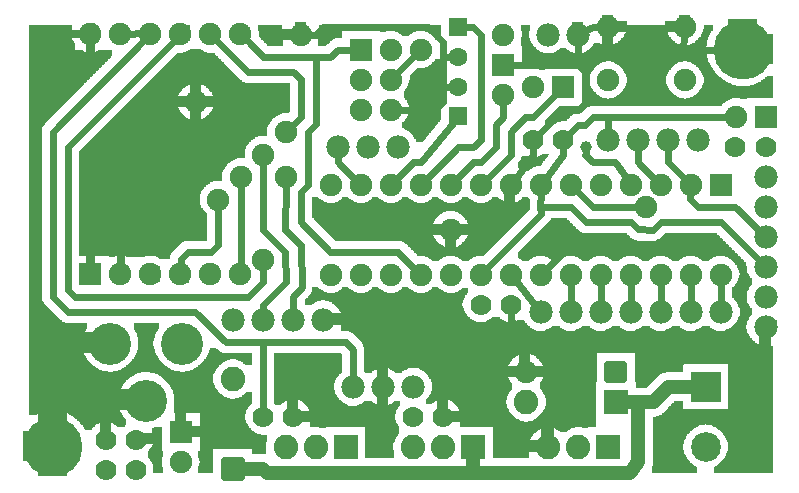
<source format=gtl>
G04 MADE WITH FRITZING*
G04 WWW.FRITZING.ORG*
G04 DOUBLE SIDED*
G04 HOLES PLATED*
G04 CONTOUR ON CENTER OF CONTOUR VECTOR*
%ASAXBY*%
%FSLAX23Y23*%
%MOIN*%
%OFA0B0*%
%SFA1.0B1.0*%
%ADD10C,0.075000*%
%ADD11C,0.140000*%
%ADD12C,0.070000*%
%ADD13C,0.082000*%
%ADD14C,0.078000*%
%ADD15C,0.062992*%
%ADD16C,0.039370*%
%ADD17C,0.196851*%
%ADD18C,0.099055*%
%ADD19C,0.075433*%
%ADD20R,0.075000X0.075000*%
%ADD21R,0.055556X0.055556*%
%ADD22R,0.082000X0.082000*%
%ADD23R,0.062992X0.062992*%
%ADD24R,0.099055X0.099055*%
%ADD25C,0.024000*%
%ADD26C,0.048000*%
%ADD27C,0.020000*%
%LNCOPPER1*%
G90*
G70*
G54D10*
X113Y1357D03*
X2087Y1355D03*
X629Y1382D03*
X1360Y1320D03*
X1562Y878D03*
X926Y375D03*
X1135Y591D03*
X2226Y1350D03*
X1970Y1350D03*
X2226Y1527D03*
X1970Y1527D03*
X244Y703D03*
X344Y703D03*
X444Y703D03*
X544Y703D03*
X644Y703D03*
X744Y703D03*
X244Y1503D03*
X344Y1503D03*
X444Y1503D03*
X544Y1503D03*
X644Y1503D03*
X744Y1503D03*
G54D11*
X550Y472D03*
X310Y472D03*
X430Y282D03*
G54D12*
X1320Y227D03*
X1420Y227D03*
X820Y227D03*
X920Y227D03*
X1720Y1152D03*
X1820Y1152D03*
G54D13*
X1095Y127D03*
X995Y127D03*
X895Y127D03*
X1520Y127D03*
X1420Y127D03*
X1320Y127D03*
X1970Y127D03*
X1870Y127D03*
X1770Y127D03*
G54D10*
X1995Y377D03*
X1695Y377D03*
X1145Y1452D03*
X1245Y1452D03*
X1145Y1352D03*
X1245Y1352D03*
X1145Y1252D03*
X1245Y1252D03*
X670Y952D03*
G54D14*
X2270Y1152D03*
X2170Y1152D03*
X2070Y1152D03*
X1970Y1152D03*
G54D13*
X1995Y277D03*
X1697Y277D03*
G54D10*
X745Y1027D03*
G54D15*
X1470Y1526D03*
X1470Y1427D03*
X1470Y1229D03*
X1470Y1327D03*
G54D14*
X1770Y1502D03*
X1870Y1502D03*
G54D16*
X1895Y1127D03*
G54D10*
X1820Y1327D03*
X1720Y1327D03*
X895Y1177D03*
G54D14*
X1320Y327D03*
X1220Y327D03*
X1120Y327D03*
G54D10*
X1620Y1502D03*
X1620Y1402D03*
X1620Y1302D03*
X545Y177D03*
X545Y77D03*
G54D13*
X719Y55D03*
X719Y353D03*
G54D12*
X395Y152D03*
X395Y52D03*
X295Y152D03*
X295Y52D03*
G54D17*
X2420Y1452D03*
X120Y127D03*
G54D12*
X2495Y1127D03*
X2394Y1127D03*
G54D10*
X2495Y1227D03*
X2395Y1227D03*
X2095Y927D03*
X820Y752D03*
G54D14*
X1020Y552D03*
X920Y552D03*
X820Y552D03*
X720Y552D03*
G54D10*
X820Y1102D03*
X895Y1027D03*
X1445Y852D03*
X1345Y1452D03*
G54D18*
X2295Y327D03*
X2295Y127D03*
G54D19*
X945Y1502D03*
X595Y1277D03*
G54D14*
X1270Y1127D03*
X1170Y1127D03*
X1070Y1127D03*
X1745Y577D03*
X1845Y577D03*
X1945Y577D03*
X2045Y577D03*
X2145Y577D03*
X2245Y577D03*
X2345Y577D03*
G54D10*
X2345Y1002D03*
X2345Y702D03*
X2245Y1002D03*
X2245Y702D03*
X2145Y1002D03*
X2145Y702D03*
X2045Y1002D03*
X2045Y702D03*
X1945Y1002D03*
X1945Y702D03*
X1845Y1002D03*
X1845Y702D03*
X1745Y1002D03*
X1745Y702D03*
X1645Y1002D03*
X1645Y702D03*
X1545Y1002D03*
X1545Y702D03*
X1445Y1002D03*
X1445Y702D03*
X1345Y1002D03*
X1345Y702D03*
X1245Y1002D03*
X1245Y702D03*
X1145Y1002D03*
X1145Y702D03*
X1045Y1002D03*
X1045Y702D03*
G54D12*
X1545Y602D03*
X1645Y602D03*
G54D14*
X2495Y527D03*
X2495Y627D03*
X2495Y727D03*
X2495Y827D03*
X2495Y927D03*
X2495Y1027D03*
G54D20*
X244Y703D03*
G54D21*
X545Y702D03*
X646Y704D03*
X744Y700D03*
X748Y1500D03*
X643Y1505D03*
X548Y1506D03*
X443Y1506D03*
X343Y1505D03*
X245Y701D03*
X245Y1503D03*
X347Y705D03*
X450Y703D03*
G54D22*
X1095Y127D03*
X1520Y127D03*
X1970Y127D03*
G54D20*
X1145Y1452D03*
G54D22*
X1996Y277D03*
G54D23*
X1470Y1526D03*
X1470Y1229D03*
G54D20*
X1820Y1327D03*
X1620Y1402D03*
X545Y177D03*
X2495Y1227D03*
G54D24*
X2295Y327D03*
G54D20*
X2345Y1002D03*
G54D25*
X945Y977D02*
X970Y1002D01*
D02*
X970Y1002D02*
X970Y1177D01*
D02*
X970Y1177D02*
X995Y1203D01*
D02*
X995Y1203D02*
X995Y1427D01*
D02*
X945Y878D02*
X945Y977D01*
D02*
X1044Y777D02*
X945Y878D01*
D02*
X1269Y777D02*
X1044Y777D01*
D02*
X1324Y722D02*
X1269Y777D01*
D02*
X1820Y1102D02*
X1820Y1126D01*
D02*
X1762Y1025D02*
X1820Y1102D01*
D02*
X1720Y1102D02*
X1720Y1126D01*
D02*
X1662Y1025D02*
X1720Y1102D01*
D02*
X820Y1427D02*
X995Y1427D01*
D02*
X772Y1476D02*
X820Y1427D01*
D02*
X2170Y1077D02*
X2170Y1122D01*
D02*
X2224Y1023D02*
X2170Y1077D01*
D02*
X2069Y1077D02*
X2070Y1122D01*
D02*
X2124Y1022D02*
X2069Y1077D01*
D02*
X1870Y1202D02*
X1838Y1171D01*
D02*
X1894Y1202D02*
X1870Y1202D01*
D02*
X1920Y1227D02*
X1894Y1202D01*
D02*
X1970Y1227D02*
X1920Y1227D01*
D02*
X1970Y1182D02*
X1970Y1227D01*
D02*
X377Y1505D02*
X409Y1506D01*
D02*
X695Y477D02*
X819Y476D01*
D02*
X594Y577D02*
X695Y477D01*
D02*
X170Y577D02*
X594Y577D01*
D02*
X119Y627D02*
X170Y577D01*
D02*
X119Y1177D02*
X119Y627D01*
D02*
X419Y1482D02*
X119Y1177D01*
D02*
X1520Y1077D02*
X1465Y1022D01*
D02*
X1545Y1077D02*
X1520Y1077D01*
D02*
X1595Y1128D02*
X1545Y1077D01*
D02*
X1595Y1202D02*
X1595Y1128D01*
D02*
X1620Y1228D02*
X1595Y1202D01*
D02*
X1620Y1274D02*
X1620Y1228D01*
D02*
X1645Y1102D02*
X1565Y1022D01*
D02*
X1645Y1177D02*
X1645Y1102D01*
D02*
X1694Y1227D02*
X1645Y1177D01*
D02*
X1720Y1227D02*
X1694Y1227D01*
D02*
X1799Y1307D02*
X1720Y1227D01*
D02*
X1119Y452D02*
X1119Y357D01*
D02*
X1095Y476D02*
X1119Y452D01*
D02*
X819Y476D02*
X1095Y476D01*
D02*
X1726Y601D02*
X1663Y680D01*
D02*
X1845Y607D02*
X1845Y674D01*
D02*
X1945Y607D02*
X1945Y674D01*
D02*
X2045Y607D02*
X2045Y674D01*
D02*
X2145Y607D02*
X2145Y674D01*
D02*
X2245Y607D02*
X2245Y674D01*
D02*
X2345Y607D02*
X2345Y674D01*
D02*
X1970Y1227D02*
X2366Y1227D01*
D02*
X1744Y927D02*
X1745Y974D01*
D02*
X2345Y878D02*
X2145Y877D01*
D02*
X2120Y852D02*
X2070Y853D01*
D02*
X2145Y877D02*
X2120Y852D01*
D02*
X2070Y853D02*
X2045Y877D01*
D02*
X2045Y877D02*
X1895Y877D01*
D02*
X1895Y877D02*
X1845Y927D01*
D02*
X1845Y927D02*
X1744Y927D01*
D02*
X2473Y749D02*
X2345Y878D01*
D02*
X1745Y903D02*
X1620Y778D01*
D02*
X1620Y778D02*
X1565Y723D01*
D02*
X1744Y927D02*
X1745Y903D01*
D02*
X819Y476D02*
X820Y253D01*
D02*
X1520Y1128D02*
X1470Y1127D01*
D02*
X1470Y1127D02*
X1365Y1022D01*
D02*
X1545Y1152D02*
X1520Y1128D01*
D02*
X1545Y1502D02*
X1545Y1152D01*
D02*
X1520Y1527D02*
X1545Y1502D01*
D02*
X1497Y1527D02*
X1520Y1527D01*
D02*
X1320Y1077D02*
X1265Y1022D01*
D02*
X1345Y1077D02*
X1320Y1077D01*
D02*
X1453Y1208D02*
X1345Y1077D01*
D02*
X948Y659D02*
X945Y802D01*
D02*
X945Y802D02*
X894Y851D01*
D02*
X894Y851D02*
X895Y999D01*
D02*
X920Y627D02*
X948Y659D01*
D02*
X920Y582D02*
X920Y627D01*
D02*
X745Y999D02*
X745Y733D01*
D02*
X945Y1353D02*
X920Y1378D01*
D02*
X920Y1378D02*
X769Y1378D01*
D02*
X769Y1378D02*
X667Y1481D01*
D02*
X945Y1228D02*
X945Y1353D01*
D02*
X915Y1198D02*
X945Y1228D01*
D02*
X670Y802D02*
X670Y924D01*
D02*
X545Y753D02*
X570Y777D01*
D02*
X570Y777D02*
X645Y777D01*
D02*
X645Y777D02*
X670Y802D01*
D02*
X545Y736D02*
X545Y753D01*
D02*
X820Y677D02*
X769Y628D01*
D02*
X769Y628D02*
X194Y628D01*
D02*
X194Y628D02*
X170Y652D01*
D02*
X170Y652D02*
X170Y1128D01*
D02*
X170Y1128D02*
X524Y1482D01*
D02*
X820Y724D02*
X820Y677D01*
D02*
X895Y678D02*
X894Y777D01*
D02*
X894Y777D02*
X820Y851D01*
D02*
X820Y851D02*
X820Y1074D01*
D02*
X820Y602D02*
X895Y678D01*
D02*
X820Y582D02*
X820Y602D01*
D02*
X1919Y927D02*
X2066Y927D01*
D02*
X1865Y982D02*
X1919Y927D01*
D02*
X1919Y1077D02*
X1994Y1077D01*
D02*
X1994Y1077D02*
X2029Y1026D01*
D02*
X1894Y1102D02*
X1919Y1077D01*
D02*
X1895Y1108D02*
X1894Y1102D01*
D02*
X1070Y1452D02*
X1116Y1452D01*
D02*
X1044Y1427D02*
X1070Y1452D01*
D02*
X995Y1427D02*
X1044Y1427D01*
D02*
X1265Y1373D02*
X1324Y1432D01*
D02*
X1895Y1377D02*
X1895Y1278D01*
D02*
X1869Y1402D02*
X1895Y1377D01*
D02*
X1820Y1252D02*
X1738Y1171D01*
D02*
X1870Y1252D02*
X1820Y1252D01*
D02*
X1895Y1278D02*
X1870Y1252D01*
D02*
X1870Y1472D02*
X1869Y1402D01*
D02*
X1869Y1402D02*
X1648Y1402D01*
G54D26*
D02*
X1517Y42D02*
X1519Y84D01*
D02*
X762Y55D02*
X819Y55D01*
D02*
X2170Y327D02*
X2243Y327D01*
D02*
X2121Y276D02*
X2170Y327D01*
D02*
X2069Y276D02*
X2121Y276D01*
D02*
X2070Y77D02*
X2069Y276D01*
D02*
X2042Y42D02*
X2070Y77D01*
D02*
X1517Y42D02*
X2042Y42D01*
D02*
X2069Y276D02*
X2038Y277D01*
G54D25*
D02*
X1920Y1527D02*
X1897Y1516D01*
D02*
X1941Y1527D02*
X1920Y1527D01*
D02*
X2244Y953D02*
X2269Y927D01*
D02*
X2394Y927D02*
X2473Y849D01*
D02*
X2269Y927D02*
X2394Y927D01*
D02*
X2244Y974D02*
X2244Y953D01*
G54D26*
D02*
X831Y42D02*
X1517Y42D01*
D02*
X819Y55D02*
X831Y42D01*
G54D25*
D02*
X1695Y502D02*
X2370Y502D01*
D02*
X2370Y502D02*
X2420Y552D01*
D02*
X2420Y552D02*
X2420Y728D01*
D02*
X2420Y728D02*
X2370Y777D01*
D02*
X2370Y777D02*
X1820Y777D01*
D02*
X1820Y777D02*
X1765Y722D01*
D02*
X1645Y576D02*
X1645Y552D01*
D02*
X1645Y552D02*
X1695Y502D01*
D02*
X1420Y1277D02*
X1395Y1253D01*
D02*
X1420Y1328D02*
X1420Y1277D01*
D02*
X1395Y1253D02*
X1273Y1252D01*
D02*
X1443Y1327D02*
X1420Y1328D01*
D02*
X1420Y1427D02*
X1443Y1427D01*
D02*
X1420Y1328D02*
X1420Y1427D01*
D02*
X1369Y1527D02*
X1020Y1528D01*
D02*
X995Y1502D02*
X973Y1502D01*
D02*
X1020Y1528D02*
X995Y1502D01*
D02*
X1420Y1477D02*
X1369Y1527D01*
D02*
X1420Y1427D02*
X1420Y1477D01*
D02*
X1069Y1077D02*
X1124Y1022D01*
D02*
X1069Y1097D02*
X1069Y1077D01*
D02*
X2220Y1452D02*
X2350Y1452D01*
D02*
X2223Y1499D02*
X2220Y1452D01*
G36*
X40Y1535D02*
X40Y1441D01*
X234Y1441D01*
X234Y1443D01*
X228Y1443D01*
X228Y1445D01*
X222Y1445D01*
X222Y1447D01*
X218Y1447D01*
X218Y1449D01*
X192Y1449D01*
X192Y1473D01*
X190Y1473D01*
X190Y1477D01*
X188Y1477D01*
X188Y1481D01*
X186Y1481D01*
X186Y1485D01*
X184Y1485D01*
X184Y1491D01*
X182Y1491D01*
X182Y1515D01*
X184Y1515D01*
X184Y1535D01*
X40Y1535D01*
G37*
D02*
G36*
X296Y1451D02*
X296Y1449D01*
X268Y1449D01*
X268Y1447D01*
X264Y1447D01*
X264Y1445D01*
X260Y1445D01*
X260Y1443D01*
X254Y1443D01*
X254Y1441D01*
X316Y1441D01*
X316Y1451D01*
X296Y1451D01*
G37*
D02*
G36*
X40Y1441D02*
X40Y1439D01*
X316Y1439D01*
X316Y1441D01*
X40Y1441D01*
G37*
D02*
G36*
X40Y1441D02*
X40Y1439D01*
X316Y1439D01*
X316Y1441D01*
X40Y1441D01*
G37*
D02*
G36*
X40Y1439D02*
X40Y377D01*
X302Y377D01*
X302Y379D01*
X290Y379D01*
X290Y381D01*
X284Y381D01*
X284Y383D01*
X278Y383D01*
X278Y385D01*
X274Y385D01*
X274Y387D01*
X270Y387D01*
X270Y389D01*
X266Y389D01*
X266Y391D01*
X264Y391D01*
X264Y393D01*
X260Y393D01*
X260Y395D01*
X258Y395D01*
X258Y397D01*
X254Y397D01*
X254Y399D01*
X252Y399D01*
X252Y401D01*
X250Y401D01*
X250Y403D01*
X248Y403D01*
X248Y405D01*
X246Y405D01*
X246Y407D01*
X244Y407D01*
X244Y409D01*
X242Y409D01*
X242Y411D01*
X240Y411D01*
X240Y413D01*
X238Y413D01*
X238Y415D01*
X236Y415D01*
X236Y417D01*
X234Y417D01*
X234Y421D01*
X232Y421D01*
X232Y423D01*
X230Y423D01*
X230Y427D01*
X228Y427D01*
X228Y429D01*
X226Y429D01*
X226Y433D01*
X224Y433D01*
X224Y437D01*
X222Y437D01*
X222Y441D01*
X220Y441D01*
X220Y447D01*
X218Y447D01*
X218Y453D01*
X216Y453D01*
X216Y465D01*
X214Y465D01*
X214Y479D01*
X216Y479D01*
X216Y491D01*
X218Y491D01*
X218Y497D01*
X220Y497D01*
X220Y503D01*
X222Y503D01*
X222Y507D01*
X224Y507D01*
X224Y511D01*
X226Y511D01*
X226Y515D01*
X228Y515D01*
X228Y519D01*
X230Y519D01*
X230Y521D01*
X232Y521D01*
X232Y541D01*
X160Y541D01*
X160Y543D01*
X154Y543D01*
X154Y545D01*
X150Y545D01*
X150Y547D01*
X148Y547D01*
X148Y549D01*
X144Y549D01*
X144Y551D01*
X142Y551D01*
X142Y553D01*
X140Y553D01*
X140Y555D01*
X138Y555D01*
X138Y557D01*
X136Y557D01*
X136Y559D01*
X134Y559D01*
X134Y561D01*
X132Y561D01*
X132Y563D01*
X130Y563D01*
X130Y565D01*
X128Y565D01*
X128Y567D01*
X126Y567D01*
X126Y569D01*
X124Y569D01*
X124Y571D01*
X122Y571D01*
X122Y573D01*
X120Y573D01*
X120Y575D01*
X118Y575D01*
X118Y577D01*
X116Y577D01*
X116Y579D01*
X114Y579D01*
X114Y581D01*
X112Y581D01*
X112Y583D01*
X110Y583D01*
X110Y585D01*
X108Y585D01*
X108Y587D01*
X106Y587D01*
X106Y589D01*
X104Y589D01*
X104Y591D01*
X102Y591D01*
X102Y593D01*
X100Y593D01*
X100Y595D01*
X98Y595D01*
X98Y597D01*
X96Y597D01*
X96Y599D01*
X94Y599D01*
X94Y601D01*
X92Y601D01*
X92Y603D01*
X90Y603D01*
X90Y607D01*
X88Y607D01*
X88Y609D01*
X86Y609D01*
X86Y613D01*
X84Y613D01*
X84Y619D01*
X82Y619D01*
X82Y1187D01*
X84Y1187D01*
X84Y1193D01*
X86Y1193D01*
X86Y1197D01*
X88Y1197D01*
X88Y1199D01*
X90Y1199D01*
X90Y1201D01*
X92Y1201D01*
X92Y1203D01*
X94Y1203D01*
X94Y1207D01*
X96Y1207D01*
X96Y1209D01*
X98Y1209D01*
X98Y1211D01*
X100Y1211D01*
X100Y1213D01*
X102Y1213D01*
X102Y1215D01*
X104Y1215D01*
X104Y1217D01*
X106Y1217D01*
X106Y1219D01*
X108Y1219D01*
X108Y1221D01*
X110Y1221D01*
X110Y1223D01*
X112Y1223D01*
X112Y1225D01*
X114Y1225D01*
X114Y1227D01*
X116Y1227D01*
X116Y1229D01*
X118Y1229D01*
X118Y1231D01*
X120Y1231D01*
X120Y1233D01*
X122Y1233D01*
X122Y1235D01*
X124Y1235D01*
X124Y1237D01*
X126Y1237D01*
X126Y1239D01*
X128Y1239D01*
X128Y1241D01*
X130Y1241D01*
X130Y1243D01*
X132Y1243D01*
X132Y1245D01*
X134Y1245D01*
X134Y1247D01*
X136Y1247D01*
X136Y1249D01*
X138Y1249D01*
X138Y1251D01*
X140Y1251D01*
X140Y1253D01*
X142Y1253D01*
X142Y1255D01*
X144Y1255D01*
X144Y1257D01*
X146Y1257D01*
X146Y1259D01*
X148Y1259D01*
X148Y1261D01*
X150Y1261D01*
X150Y1263D01*
X152Y1263D01*
X152Y1265D01*
X154Y1265D01*
X154Y1267D01*
X156Y1267D01*
X156Y1269D01*
X158Y1269D01*
X158Y1271D01*
X160Y1271D01*
X160Y1273D01*
X162Y1273D01*
X162Y1275D01*
X164Y1275D01*
X164Y1277D01*
X166Y1277D01*
X166Y1279D01*
X168Y1279D01*
X168Y1281D01*
X170Y1281D01*
X170Y1283D01*
X172Y1283D01*
X172Y1285D01*
X174Y1285D01*
X174Y1287D01*
X176Y1287D01*
X176Y1289D01*
X178Y1289D01*
X178Y1291D01*
X180Y1291D01*
X180Y1293D01*
X182Y1293D01*
X182Y1295D01*
X184Y1295D01*
X184Y1297D01*
X186Y1297D01*
X186Y1299D01*
X188Y1299D01*
X188Y1301D01*
X190Y1301D01*
X190Y1303D01*
X192Y1303D01*
X192Y1305D01*
X194Y1305D01*
X194Y1307D01*
X196Y1307D01*
X196Y1309D01*
X198Y1309D01*
X198Y1311D01*
X200Y1311D01*
X200Y1313D01*
X202Y1313D01*
X202Y1315D01*
X204Y1315D01*
X204Y1317D01*
X206Y1317D01*
X206Y1319D01*
X208Y1319D01*
X208Y1321D01*
X210Y1321D01*
X210Y1323D01*
X212Y1323D01*
X212Y1325D01*
X214Y1325D01*
X214Y1327D01*
X216Y1327D01*
X216Y1329D01*
X218Y1329D01*
X218Y1331D01*
X220Y1331D01*
X220Y1335D01*
X222Y1335D01*
X222Y1337D01*
X224Y1337D01*
X224Y1339D01*
X226Y1339D01*
X226Y1341D01*
X228Y1341D01*
X228Y1343D01*
X230Y1343D01*
X230Y1345D01*
X232Y1345D01*
X232Y1347D01*
X234Y1347D01*
X234Y1349D01*
X236Y1349D01*
X236Y1351D01*
X238Y1351D01*
X238Y1353D01*
X240Y1353D01*
X240Y1355D01*
X242Y1355D01*
X242Y1357D01*
X244Y1357D01*
X244Y1359D01*
X246Y1359D01*
X246Y1361D01*
X248Y1361D01*
X248Y1363D01*
X250Y1363D01*
X250Y1365D01*
X252Y1365D01*
X252Y1367D01*
X254Y1367D01*
X254Y1369D01*
X256Y1369D01*
X256Y1371D01*
X258Y1371D01*
X258Y1373D01*
X260Y1373D01*
X260Y1375D01*
X262Y1375D01*
X262Y1377D01*
X264Y1377D01*
X264Y1379D01*
X266Y1379D01*
X266Y1381D01*
X268Y1381D01*
X268Y1383D01*
X270Y1383D01*
X270Y1385D01*
X272Y1385D01*
X272Y1387D01*
X274Y1387D01*
X274Y1389D01*
X276Y1389D01*
X276Y1391D01*
X278Y1391D01*
X278Y1393D01*
X280Y1393D01*
X280Y1395D01*
X282Y1395D01*
X282Y1397D01*
X284Y1397D01*
X284Y1399D01*
X286Y1399D01*
X286Y1401D01*
X288Y1401D01*
X288Y1403D01*
X290Y1403D01*
X290Y1405D01*
X292Y1405D01*
X292Y1407D01*
X294Y1407D01*
X294Y1409D01*
X296Y1409D01*
X296Y1411D01*
X298Y1411D01*
X298Y1413D01*
X300Y1413D01*
X300Y1415D01*
X302Y1415D01*
X302Y1417D01*
X304Y1417D01*
X304Y1419D01*
X306Y1419D01*
X306Y1421D01*
X308Y1421D01*
X308Y1423D01*
X310Y1423D01*
X310Y1425D01*
X312Y1425D01*
X312Y1427D01*
X314Y1427D01*
X314Y1429D01*
X316Y1429D01*
X316Y1439D01*
X40Y1439D01*
G37*
D02*
G36*
X388Y541D02*
X388Y521D01*
X390Y521D01*
X390Y517D01*
X392Y517D01*
X392Y515D01*
X394Y515D01*
X394Y511D01*
X396Y511D01*
X396Y507D01*
X398Y507D01*
X398Y501D01*
X400Y501D01*
X400Y495D01*
X402Y495D01*
X402Y487D01*
X404Y487D01*
X404Y457D01*
X402Y457D01*
X402Y449D01*
X400Y449D01*
X400Y443D01*
X398Y443D01*
X398Y439D01*
X396Y439D01*
X396Y435D01*
X394Y435D01*
X394Y431D01*
X392Y431D01*
X392Y427D01*
X390Y427D01*
X390Y425D01*
X388Y425D01*
X388Y421D01*
X386Y421D01*
X386Y419D01*
X384Y419D01*
X384Y417D01*
X382Y417D01*
X382Y413D01*
X380Y413D01*
X380Y411D01*
X378Y411D01*
X378Y409D01*
X376Y409D01*
X376Y407D01*
X374Y407D01*
X374Y405D01*
X372Y405D01*
X372Y403D01*
X370Y403D01*
X370Y401D01*
X368Y401D01*
X368Y399D01*
X364Y399D01*
X364Y397D01*
X362Y397D01*
X362Y395D01*
X360Y395D01*
X360Y393D01*
X356Y393D01*
X356Y391D01*
X352Y391D01*
X352Y389D01*
X350Y389D01*
X350Y387D01*
X346Y387D01*
X346Y385D01*
X340Y385D01*
X340Y383D01*
X336Y383D01*
X336Y381D01*
X328Y381D01*
X328Y379D01*
X318Y379D01*
X318Y377D01*
X542Y377D01*
X542Y379D01*
X530Y379D01*
X530Y381D01*
X524Y381D01*
X524Y383D01*
X518Y383D01*
X518Y385D01*
X514Y385D01*
X514Y387D01*
X510Y387D01*
X510Y389D01*
X506Y389D01*
X506Y391D01*
X504Y391D01*
X504Y393D01*
X500Y393D01*
X500Y395D01*
X498Y395D01*
X498Y397D01*
X494Y397D01*
X494Y399D01*
X492Y399D01*
X492Y401D01*
X490Y401D01*
X490Y403D01*
X488Y403D01*
X488Y405D01*
X486Y405D01*
X486Y407D01*
X484Y407D01*
X484Y409D01*
X482Y409D01*
X482Y411D01*
X480Y411D01*
X480Y413D01*
X478Y413D01*
X478Y415D01*
X476Y415D01*
X476Y417D01*
X474Y417D01*
X474Y421D01*
X472Y421D01*
X472Y423D01*
X470Y423D01*
X470Y427D01*
X468Y427D01*
X468Y429D01*
X466Y429D01*
X466Y433D01*
X464Y433D01*
X464Y437D01*
X462Y437D01*
X462Y441D01*
X460Y441D01*
X460Y447D01*
X458Y447D01*
X458Y453D01*
X456Y453D01*
X456Y465D01*
X454Y465D01*
X454Y479D01*
X456Y479D01*
X456Y491D01*
X458Y491D01*
X458Y497D01*
X460Y497D01*
X460Y503D01*
X462Y503D01*
X462Y507D01*
X464Y507D01*
X464Y511D01*
X466Y511D01*
X466Y515D01*
X468Y515D01*
X468Y519D01*
X470Y519D01*
X470Y521D01*
X472Y521D01*
X472Y541D01*
X388Y541D01*
G37*
D02*
G36*
X642Y457D02*
X642Y449D01*
X640Y449D01*
X640Y443D01*
X638Y443D01*
X638Y439D01*
X636Y439D01*
X636Y435D01*
X634Y435D01*
X634Y431D01*
X632Y431D01*
X632Y427D01*
X630Y427D01*
X630Y425D01*
X628Y425D01*
X628Y421D01*
X626Y421D01*
X626Y419D01*
X730Y419D01*
X730Y417D01*
X736Y417D01*
X736Y415D01*
X742Y415D01*
X742Y413D01*
X746Y413D01*
X746Y411D01*
X748Y411D01*
X748Y409D01*
X752Y409D01*
X752Y407D01*
X754Y407D01*
X754Y405D01*
X756Y405D01*
X756Y403D01*
X760Y403D01*
X760Y401D01*
X762Y401D01*
X762Y399D01*
X782Y399D01*
X782Y439D01*
X746Y439D01*
X746Y441D01*
X684Y441D01*
X684Y443D01*
X678Y443D01*
X678Y445D01*
X676Y445D01*
X676Y447D01*
X672Y447D01*
X672Y449D01*
X670Y449D01*
X670Y451D01*
X668Y451D01*
X668Y453D01*
X666Y453D01*
X666Y455D01*
X664Y455D01*
X664Y457D01*
X642Y457D01*
G37*
D02*
G36*
X624Y419D02*
X624Y417D01*
X622Y417D01*
X622Y413D01*
X620Y413D01*
X620Y411D01*
X618Y411D01*
X618Y409D01*
X616Y409D01*
X616Y407D01*
X614Y407D01*
X614Y405D01*
X612Y405D01*
X612Y403D01*
X610Y403D01*
X610Y401D01*
X608Y401D01*
X608Y399D01*
X604Y399D01*
X604Y397D01*
X602Y397D01*
X602Y395D01*
X600Y395D01*
X600Y393D01*
X596Y393D01*
X596Y391D01*
X592Y391D01*
X592Y389D01*
X590Y389D01*
X590Y387D01*
X586Y387D01*
X586Y385D01*
X580Y385D01*
X580Y383D01*
X576Y383D01*
X576Y381D01*
X568Y381D01*
X568Y379D01*
X558Y379D01*
X558Y377D01*
X658Y377D01*
X658Y379D01*
X660Y379D01*
X660Y381D01*
X662Y381D01*
X662Y385D01*
X664Y385D01*
X664Y387D01*
X666Y387D01*
X666Y391D01*
X668Y391D01*
X668Y393D01*
X670Y393D01*
X670Y395D01*
X672Y395D01*
X672Y397D01*
X674Y397D01*
X674Y399D01*
X676Y399D01*
X676Y401D01*
X678Y401D01*
X678Y403D01*
X680Y403D01*
X680Y405D01*
X682Y405D01*
X682Y407D01*
X686Y407D01*
X686Y409D01*
X688Y409D01*
X688Y411D01*
X692Y411D01*
X692Y413D01*
X696Y413D01*
X696Y415D01*
X700Y415D01*
X700Y417D01*
X708Y417D01*
X708Y419D01*
X624Y419D01*
G37*
D02*
G36*
X40Y377D02*
X40Y375D01*
X414Y375D01*
X414Y377D01*
X40Y377D01*
G37*
D02*
G36*
X40Y377D02*
X40Y375D01*
X414Y375D01*
X414Y377D01*
X40Y377D01*
G37*
D02*
G36*
X444Y377D02*
X444Y375D01*
X658Y375D01*
X658Y377D01*
X444Y377D01*
G37*
D02*
G36*
X444Y377D02*
X444Y375D01*
X658Y375D01*
X658Y377D01*
X444Y377D01*
G37*
D02*
G36*
X40Y375D02*
X40Y251D01*
X132Y251D01*
X132Y249D01*
X144Y249D01*
X144Y247D01*
X150Y247D01*
X150Y245D01*
X156Y245D01*
X156Y243D01*
X162Y243D01*
X162Y241D01*
X166Y241D01*
X166Y239D01*
X170Y239D01*
X170Y237D01*
X174Y237D01*
X174Y235D01*
X178Y235D01*
X178Y233D01*
X180Y233D01*
X180Y231D01*
X184Y231D01*
X184Y229D01*
X186Y229D01*
X186Y227D01*
X188Y227D01*
X188Y225D01*
X192Y225D01*
X192Y223D01*
X194Y223D01*
X194Y221D01*
X196Y221D01*
X196Y219D01*
X198Y219D01*
X198Y217D01*
X200Y217D01*
X200Y215D01*
X202Y215D01*
X202Y213D01*
X300Y213D01*
X300Y211D01*
X310Y211D01*
X310Y209D01*
X314Y209D01*
X314Y207D01*
X318Y207D01*
X318Y205D01*
X322Y205D01*
X322Y203D01*
X324Y203D01*
X324Y201D01*
X328Y201D01*
X328Y199D01*
X330Y199D01*
X330Y197D01*
X332Y197D01*
X332Y195D01*
X334Y195D01*
X334Y193D01*
X354Y193D01*
X354Y195D01*
X358Y195D01*
X358Y197D01*
X360Y197D01*
X360Y199D01*
X362Y199D01*
X362Y221D01*
X360Y221D01*
X360Y223D01*
X358Y223D01*
X358Y225D01*
X356Y225D01*
X356Y227D01*
X354Y227D01*
X354Y231D01*
X352Y231D01*
X352Y233D01*
X350Y233D01*
X350Y237D01*
X348Y237D01*
X348Y239D01*
X346Y239D01*
X346Y243D01*
X344Y243D01*
X344Y247D01*
X342Y247D01*
X342Y251D01*
X340Y251D01*
X340Y257D01*
X338Y257D01*
X338Y263D01*
X336Y263D01*
X336Y275D01*
X334Y275D01*
X334Y289D01*
X336Y289D01*
X336Y301D01*
X338Y301D01*
X338Y307D01*
X340Y307D01*
X340Y313D01*
X342Y313D01*
X342Y317D01*
X344Y317D01*
X344Y321D01*
X346Y321D01*
X346Y325D01*
X348Y325D01*
X348Y329D01*
X350Y329D01*
X350Y331D01*
X352Y331D01*
X352Y335D01*
X354Y335D01*
X354Y337D01*
X356Y337D01*
X356Y339D01*
X358Y339D01*
X358Y343D01*
X360Y343D01*
X360Y345D01*
X362Y345D01*
X362Y347D01*
X364Y347D01*
X364Y349D01*
X366Y349D01*
X366Y351D01*
X368Y351D01*
X368Y353D01*
X370Y353D01*
X370Y355D01*
X374Y355D01*
X374Y357D01*
X376Y357D01*
X376Y359D01*
X378Y359D01*
X378Y361D01*
X382Y361D01*
X382Y363D01*
X384Y363D01*
X384Y365D01*
X388Y365D01*
X388Y367D01*
X392Y367D01*
X392Y369D01*
X396Y369D01*
X396Y371D01*
X400Y371D01*
X400Y373D01*
X406Y373D01*
X406Y375D01*
X40Y375D01*
G37*
D02*
G36*
X452Y375D02*
X452Y373D01*
X458Y373D01*
X458Y371D01*
X464Y371D01*
X464Y369D01*
X468Y369D01*
X468Y367D01*
X472Y367D01*
X472Y365D01*
X474Y365D01*
X474Y363D01*
X478Y363D01*
X478Y361D01*
X480Y361D01*
X480Y359D01*
X484Y359D01*
X484Y357D01*
X486Y357D01*
X486Y355D01*
X488Y355D01*
X488Y353D01*
X490Y353D01*
X490Y351D01*
X492Y351D01*
X492Y349D01*
X494Y349D01*
X494Y347D01*
X496Y347D01*
X496Y345D01*
X498Y345D01*
X498Y343D01*
X500Y343D01*
X500Y341D01*
X502Y341D01*
X502Y339D01*
X504Y339D01*
X504Y337D01*
X506Y337D01*
X506Y333D01*
X508Y333D01*
X508Y331D01*
X510Y331D01*
X510Y327D01*
X512Y327D01*
X512Y325D01*
X514Y325D01*
X514Y321D01*
X516Y321D01*
X516Y317D01*
X518Y317D01*
X518Y311D01*
X520Y311D01*
X520Y305D01*
X522Y305D01*
X522Y297D01*
X524Y297D01*
X524Y287D01*
X710Y287D01*
X710Y289D01*
X702Y289D01*
X702Y291D01*
X698Y291D01*
X698Y293D01*
X694Y293D01*
X694Y295D01*
X690Y295D01*
X690Y297D01*
X686Y297D01*
X686Y299D01*
X684Y299D01*
X684Y301D01*
X682Y301D01*
X682Y303D01*
X678Y303D01*
X678Y305D01*
X676Y305D01*
X676Y307D01*
X674Y307D01*
X674Y309D01*
X672Y309D01*
X672Y311D01*
X670Y311D01*
X670Y313D01*
X668Y313D01*
X668Y317D01*
X666Y317D01*
X666Y319D01*
X664Y319D01*
X664Y321D01*
X662Y321D01*
X662Y325D01*
X660Y325D01*
X660Y329D01*
X658Y329D01*
X658Y333D01*
X656Y333D01*
X656Y339D01*
X654Y339D01*
X654Y347D01*
X652Y347D01*
X652Y359D01*
X654Y359D01*
X654Y369D01*
X656Y369D01*
X656Y373D01*
X658Y373D01*
X658Y375D01*
X452Y375D01*
G37*
D02*
G36*
X762Y309D02*
X762Y307D01*
X760Y307D01*
X760Y305D01*
X758Y305D01*
X758Y303D01*
X756Y303D01*
X756Y301D01*
X754Y301D01*
X754Y299D01*
X750Y299D01*
X750Y297D01*
X748Y297D01*
X748Y295D01*
X744Y295D01*
X744Y293D01*
X740Y293D01*
X740Y291D01*
X734Y291D01*
X734Y289D01*
X726Y289D01*
X726Y287D01*
X782Y287D01*
X782Y309D01*
X762Y309D01*
G37*
D02*
G36*
X524Y287D02*
X524Y285D01*
X782Y285D01*
X782Y287D01*
X524Y287D01*
G37*
D02*
G36*
X524Y287D02*
X524Y285D01*
X782Y285D01*
X782Y287D01*
X524Y287D01*
G37*
D02*
G36*
X524Y285D02*
X524Y267D01*
X522Y267D01*
X522Y241D01*
X606Y241D01*
X606Y239D01*
X608Y239D01*
X608Y121D01*
X784Y121D01*
X784Y105D01*
X828Y105D01*
X828Y133D01*
X830Y133D01*
X830Y143D01*
X832Y143D01*
X832Y147D01*
X834Y147D01*
X834Y167D01*
X814Y167D01*
X814Y169D01*
X806Y169D01*
X806Y171D01*
X800Y171D01*
X800Y173D01*
X796Y173D01*
X796Y175D01*
X792Y175D01*
X792Y177D01*
X790Y177D01*
X790Y179D01*
X786Y179D01*
X786Y181D01*
X784Y181D01*
X784Y183D01*
X782Y183D01*
X782Y185D01*
X780Y185D01*
X780Y187D01*
X778Y187D01*
X778Y189D01*
X776Y189D01*
X776Y191D01*
X774Y191D01*
X774Y193D01*
X772Y193D01*
X772Y197D01*
X770Y197D01*
X770Y199D01*
X768Y199D01*
X768Y203D01*
X766Y203D01*
X766Y207D01*
X764Y207D01*
X764Y211D01*
X762Y211D01*
X762Y217D01*
X760Y217D01*
X760Y237D01*
X762Y237D01*
X762Y245D01*
X764Y245D01*
X764Y249D01*
X766Y249D01*
X766Y253D01*
X768Y253D01*
X768Y255D01*
X770Y255D01*
X770Y259D01*
X772Y259D01*
X772Y261D01*
X774Y261D01*
X774Y263D01*
X776Y263D01*
X776Y267D01*
X778Y267D01*
X778Y269D01*
X780Y269D01*
X780Y271D01*
X782Y271D01*
X782Y285D01*
X524Y285D01*
G37*
D02*
G36*
X40Y251D02*
X40Y233D01*
X62Y233D01*
X62Y235D01*
X66Y235D01*
X66Y237D01*
X70Y237D01*
X70Y239D01*
X74Y239D01*
X74Y241D01*
X78Y241D01*
X78Y243D01*
X82Y243D01*
X82Y245D01*
X88Y245D01*
X88Y247D01*
X96Y247D01*
X96Y249D01*
X106Y249D01*
X106Y251D01*
X40Y251D01*
G37*
D02*
G36*
X206Y213D02*
X206Y209D01*
X208Y209D01*
X208Y207D01*
X210Y207D01*
X210Y205D01*
X212Y205D01*
X212Y203D01*
X214Y203D01*
X214Y201D01*
X216Y201D01*
X216Y199D01*
X218Y199D01*
X218Y195D01*
X220Y195D01*
X220Y193D01*
X222Y193D01*
X222Y189D01*
X224Y189D01*
X224Y187D01*
X226Y187D01*
X226Y183D01*
X246Y183D01*
X246Y185D01*
X248Y185D01*
X248Y187D01*
X250Y187D01*
X250Y189D01*
X252Y189D01*
X252Y193D01*
X254Y193D01*
X254Y195D01*
X258Y195D01*
X258Y197D01*
X260Y197D01*
X260Y199D01*
X262Y199D01*
X262Y201D01*
X264Y201D01*
X264Y203D01*
X268Y203D01*
X268Y205D01*
X272Y205D01*
X272Y207D01*
X276Y207D01*
X276Y209D01*
X280Y209D01*
X280Y211D01*
X288Y211D01*
X288Y213D01*
X206Y213D01*
G37*
D02*
G36*
X608Y121D02*
X608Y115D01*
X604Y115D01*
X604Y91D01*
X606Y91D01*
X606Y81D01*
X608Y81D01*
X608Y75D01*
X606Y75D01*
X606Y63D01*
X604Y63D01*
X604Y41D01*
X652Y41D01*
X652Y119D01*
X654Y119D01*
X654Y121D01*
X608Y121D01*
G37*
D02*
G36*
X804Y1535D02*
X804Y1513D01*
X806Y1513D01*
X806Y1493D01*
X808Y1493D01*
X808Y1491D01*
X810Y1491D01*
X810Y1489D01*
X812Y1489D01*
X812Y1487D01*
X814Y1487D01*
X814Y1485D01*
X816Y1485D01*
X816Y1483D01*
X818Y1483D01*
X818Y1481D01*
X820Y1481D01*
X820Y1479D01*
X822Y1479D01*
X822Y1477D01*
X824Y1477D01*
X824Y1475D01*
X826Y1475D01*
X826Y1473D01*
X828Y1473D01*
X828Y1471D01*
X830Y1471D01*
X830Y1469D01*
X832Y1469D01*
X832Y1467D01*
X834Y1467D01*
X834Y1465D01*
X886Y1465D01*
X886Y1487D01*
X884Y1487D01*
X884Y1493D01*
X882Y1493D01*
X882Y1513D01*
X884Y1513D01*
X884Y1535D01*
X804Y1535D01*
G37*
D02*
G36*
X1006Y1535D02*
X1006Y1515D01*
X1354Y1515D01*
X1354Y1513D01*
X1360Y1513D01*
X1360Y1511D01*
X1366Y1511D01*
X1366Y1509D01*
X1370Y1509D01*
X1370Y1507D01*
X1374Y1507D01*
X1374Y1505D01*
X1376Y1505D01*
X1376Y1503D01*
X1378Y1503D01*
X1378Y1501D01*
X1382Y1501D01*
X1382Y1499D01*
X1384Y1499D01*
X1384Y1497D01*
X1386Y1497D01*
X1386Y1495D01*
X1388Y1495D01*
X1388Y1493D01*
X1390Y1493D01*
X1390Y1491D01*
X1392Y1491D01*
X1392Y1489D01*
X1394Y1489D01*
X1394Y1485D01*
X1414Y1485D01*
X1414Y1535D01*
X1006Y1535D01*
G37*
D02*
G36*
X1006Y1515D02*
X1006Y1507D01*
X1008Y1507D01*
X1008Y1497D01*
X1006Y1497D01*
X1006Y1489D01*
X1004Y1489D01*
X1004Y1465D01*
X1030Y1465D01*
X1030Y1467D01*
X1032Y1467D01*
X1032Y1469D01*
X1034Y1469D01*
X1034Y1471D01*
X1038Y1471D01*
X1038Y1473D01*
X1040Y1473D01*
X1040Y1475D01*
X1042Y1475D01*
X1042Y1477D01*
X1044Y1477D01*
X1044Y1479D01*
X1046Y1479D01*
X1046Y1481D01*
X1048Y1481D01*
X1048Y1483D01*
X1050Y1483D01*
X1050Y1485D01*
X1054Y1485D01*
X1054Y1487D01*
X1060Y1487D01*
X1060Y1489D01*
X1082Y1489D01*
X1082Y1515D01*
X1006Y1515D01*
G37*
D02*
G36*
X1208Y1515D02*
X1208Y1511D01*
X1228Y1511D01*
X1228Y1513D01*
X1236Y1513D01*
X1236Y1515D01*
X1208Y1515D01*
G37*
D02*
G36*
X1254Y1515D02*
X1254Y1513D01*
X1260Y1513D01*
X1260Y1511D01*
X1266Y1511D01*
X1266Y1509D01*
X1270Y1509D01*
X1270Y1507D01*
X1274Y1507D01*
X1274Y1505D01*
X1276Y1505D01*
X1276Y1503D01*
X1278Y1503D01*
X1278Y1501D01*
X1282Y1501D01*
X1282Y1499D01*
X1284Y1499D01*
X1284Y1497D01*
X1306Y1497D01*
X1306Y1499D01*
X1308Y1499D01*
X1308Y1501D01*
X1310Y1501D01*
X1310Y1503D01*
X1314Y1503D01*
X1314Y1505D01*
X1316Y1505D01*
X1316Y1507D01*
X1320Y1507D01*
X1320Y1509D01*
X1324Y1509D01*
X1324Y1511D01*
X1328Y1511D01*
X1328Y1513D01*
X1336Y1513D01*
X1336Y1515D01*
X1254Y1515D01*
G37*
D02*
G36*
X1680Y1535D02*
X1680Y1513D01*
X1682Y1513D01*
X1682Y1493D01*
X1680Y1493D01*
X1680Y1485D01*
X1678Y1485D01*
X1678Y1465D01*
X1682Y1465D01*
X1682Y1439D01*
X1758Y1439D01*
X1758Y1441D01*
X1752Y1441D01*
X1752Y1443D01*
X1748Y1443D01*
X1748Y1445D01*
X1744Y1445D01*
X1744Y1447D01*
X1740Y1447D01*
X1740Y1449D01*
X1738Y1449D01*
X1738Y1451D01*
X1734Y1451D01*
X1734Y1453D01*
X1732Y1453D01*
X1732Y1455D01*
X1730Y1455D01*
X1730Y1457D01*
X1728Y1457D01*
X1728Y1459D01*
X1726Y1459D01*
X1726Y1461D01*
X1724Y1461D01*
X1724Y1463D01*
X1722Y1463D01*
X1722Y1465D01*
X1720Y1465D01*
X1720Y1467D01*
X1718Y1467D01*
X1718Y1471D01*
X1716Y1471D01*
X1716Y1473D01*
X1714Y1473D01*
X1714Y1477D01*
X1712Y1477D01*
X1712Y1481D01*
X1710Y1481D01*
X1710Y1485D01*
X1708Y1485D01*
X1708Y1491D01*
X1706Y1491D01*
X1706Y1513D01*
X1708Y1513D01*
X1708Y1535D01*
X1680Y1535D01*
G37*
D02*
G36*
X2032Y1535D02*
X2032Y1517D01*
X2030Y1517D01*
X2030Y1511D01*
X2028Y1511D01*
X2028Y1507D01*
X2026Y1507D01*
X2026Y1503D01*
X2024Y1503D01*
X2024Y1499D01*
X2022Y1499D01*
X2022Y1495D01*
X2020Y1495D01*
X2020Y1493D01*
X2018Y1493D01*
X2018Y1491D01*
X2016Y1491D01*
X2016Y1489D01*
X2014Y1489D01*
X2014Y1487D01*
X2012Y1487D01*
X2012Y1485D01*
X2010Y1485D01*
X2010Y1483D01*
X2008Y1483D01*
X2008Y1481D01*
X2006Y1481D01*
X2006Y1479D01*
X2004Y1479D01*
X2004Y1477D01*
X2002Y1477D01*
X2002Y1475D01*
X1998Y1475D01*
X1998Y1473D01*
X1994Y1473D01*
X1994Y1471D01*
X1990Y1471D01*
X1990Y1469D01*
X1986Y1469D01*
X1986Y1467D01*
X1978Y1467D01*
X1978Y1465D01*
X2216Y1465D01*
X2216Y1467D01*
X2210Y1467D01*
X2210Y1469D01*
X2204Y1469D01*
X2204Y1471D01*
X2200Y1471D01*
X2200Y1473D01*
X2198Y1473D01*
X2198Y1475D01*
X2194Y1475D01*
X2194Y1477D01*
X2192Y1477D01*
X2192Y1479D01*
X2188Y1479D01*
X2188Y1481D01*
X2186Y1481D01*
X2186Y1483D01*
X2184Y1483D01*
X2184Y1485D01*
X2182Y1485D01*
X2182Y1487D01*
X2180Y1487D01*
X2180Y1489D01*
X2178Y1489D01*
X2178Y1493D01*
X2176Y1493D01*
X2176Y1495D01*
X2174Y1495D01*
X2174Y1497D01*
X2172Y1497D01*
X2172Y1501D01*
X2170Y1501D01*
X2170Y1505D01*
X2168Y1505D01*
X2168Y1509D01*
X2166Y1509D01*
X2166Y1515D01*
X2164Y1515D01*
X2164Y1535D01*
X2032Y1535D01*
G37*
D02*
G36*
X2288Y1535D02*
X2288Y1519D01*
X2286Y1519D01*
X2286Y1511D01*
X2284Y1511D01*
X2284Y1507D01*
X2282Y1507D01*
X2282Y1503D01*
X2280Y1503D01*
X2280Y1499D01*
X2278Y1499D01*
X2278Y1495D01*
X2276Y1495D01*
X2276Y1493D01*
X2274Y1493D01*
X2274Y1491D01*
X2272Y1491D01*
X2272Y1489D01*
X2270Y1489D01*
X2270Y1487D01*
X2268Y1487D01*
X2268Y1485D01*
X2266Y1485D01*
X2266Y1483D01*
X2264Y1483D01*
X2264Y1481D01*
X2262Y1481D01*
X2262Y1479D01*
X2260Y1479D01*
X2260Y1477D01*
X2258Y1477D01*
X2258Y1475D01*
X2254Y1475D01*
X2254Y1473D01*
X2250Y1473D01*
X2250Y1471D01*
X2246Y1471D01*
X2246Y1469D01*
X2242Y1469D01*
X2242Y1467D01*
X2234Y1467D01*
X2234Y1465D01*
X2298Y1465D01*
X2298Y1475D01*
X2300Y1475D01*
X2300Y1483D01*
X2302Y1483D01*
X2302Y1489D01*
X2304Y1489D01*
X2304Y1493D01*
X2306Y1493D01*
X2306Y1499D01*
X2308Y1499D01*
X2308Y1503D01*
X2310Y1503D01*
X2310Y1507D01*
X2312Y1507D01*
X2312Y1509D01*
X2314Y1509D01*
X2314Y1513D01*
X2316Y1513D01*
X2316Y1515D01*
X2318Y1515D01*
X2318Y1535D01*
X2288Y1535D01*
G37*
D02*
G36*
X1924Y1473D02*
X1924Y1471D01*
X1922Y1471D01*
X1922Y1469D01*
X1920Y1469D01*
X1920Y1465D01*
X1960Y1465D01*
X1960Y1467D01*
X1954Y1467D01*
X1954Y1469D01*
X1948Y1469D01*
X1948Y1471D01*
X1944Y1471D01*
X1944Y1473D01*
X1924Y1473D01*
G37*
D02*
G36*
X1918Y1465D02*
X1918Y1463D01*
X2296Y1463D01*
X2296Y1465D01*
X1918Y1465D01*
G37*
D02*
G36*
X1918Y1465D02*
X1918Y1463D01*
X2296Y1463D01*
X2296Y1465D01*
X1918Y1465D01*
G37*
D02*
G36*
X1918Y1465D02*
X1918Y1463D01*
X2296Y1463D01*
X2296Y1465D01*
X1918Y1465D01*
G37*
D02*
G36*
X1916Y1463D02*
X1916Y1461D01*
X1914Y1461D01*
X1914Y1459D01*
X1912Y1459D01*
X1912Y1457D01*
X1910Y1457D01*
X1910Y1455D01*
X1908Y1455D01*
X1908Y1453D01*
X1906Y1453D01*
X1906Y1451D01*
X1902Y1451D01*
X1902Y1449D01*
X1900Y1449D01*
X1900Y1447D01*
X1896Y1447D01*
X1896Y1445D01*
X1892Y1445D01*
X1892Y1443D01*
X1888Y1443D01*
X1888Y1441D01*
X1882Y1441D01*
X1882Y1439D01*
X2298Y1439D01*
X2298Y1441D01*
X2296Y1441D01*
X2296Y1463D01*
X1916Y1463D01*
G37*
D02*
G36*
X1810Y1457D02*
X1810Y1455D01*
X1808Y1455D01*
X1808Y1453D01*
X1806Y1453D01*
X1806Y1451D01*
X1802Y1451D01*
X1802Y1449D01*
X1800Y1449D01*
X1800Y1447D01*
X1796Y1447D01*
X1796Y1445D01*
X1792Y1445D01*
X1792Y1443D01*
X1788Y1443D01*
X1788Y1441D01*
X1782Y1441D01*
X1782Y1439D01*
X1858Y1439D01*
X1858Y1441D01*
X1852Y1441D01*
X1852Y1443D01*
X1848Y1443D01*
X1848Y1445D01*
X1844Y1445D01*
X1844Y1447D01*
X1840Y1447D01*
X1840Y1449D01*
X1838Y1449D01*
X1838Y1451D01*
X1834Y1451D01*
X1834Y1453D01*
X1832Y1453D01*
X1832Y1455D01*
X1830Y1455D01*
X1830Y1457D01*
X1810Y1457D01*
G37*
D02*
G36*
X1682Y1439D02*
X1682Y1437D01*
X2298Y1437D01*
X2298Y1439D01*
X1682Y1439D01*
G37*
D02*
G36*
X1682Y1439D02*
X1682Y1437D01*
X2298Y1437D01*
X2298Y1439D01*
X1682Y1439D01*
G37*
D02*
G36*
X1682Y1439D02*
X1682Y1437D01*
X2298Y1437D01*
X2298Y1439D01*
X1682Y1439D01*
G37*
D02*
G36*
X1682Y1437D02*
X1682Y1413D01*
X2234Y1413D01*
X2234Y1411D01*
X2242Y1411D01*
X2242Y1409D01*
X2246Y1409D01*
X2246Y1407D01*
X2250Y1407D01*
X2250Y1405D01*
X2254Y1405D01*
X2254Y1403D01*
X2256Y1403D01*
X2256Y1401D01*
X2260Y1401D01*
X2260Y1399D01*
X2262Y1399D01*
X2262Y1397D01*
X2264Y1397D01*
X2264Y1395D01*
X2266Y1395D01*
X2266Y1393D01*
X2268Y1393D01*
X2268Y1391D01*
X2270Y1391D01*
X2270Y1389D01*
X2272Y1389D01*
X2272Y1387D01*
X2274Y1387D01*
X2274Y1385D01*
X2276Y1385D01*
X2276Y1381D01*
X2278Y1381D01*
X2278Y1379D01*
X2280Y1379D01*
X2280Y1375D01*
X2282Y1375D01*
X2282Y1371D01*
X2284Y1371D01*
X2284Y1367D01*
X2286Y1367D01*
X2286Y1359D01*
X2288Y1359D01*
X2288Y1341D01*
X2286Y1341D01*
X2286Y1333D01*
X2284Y1333D01*
X2284Y1329D01*
X2406Y1329D01*
X2406Y1331D01*
X2396Y1331D01*
X2396Y1333D01*
X2388Y1333D01*
X2388Y1335D01*
X2382Y1335D01*
X2382Y1337D01*
X2378Y1337D01*
X2378Y1339D01*
X2374Y1339D01*
X2374Y1341D01*
X2370Y1341D01*
X2370Y1343D01*
X2366Y1343D01*
X2366Y1345D01*
X2362Y1345D01*
X2362Y1347D01*
X2358Y1347D01*
X2358Y1349D01*
X2356Y1349D01*
X2356Y1351D01*
X2354Y1351D01*
X2354Y1353D01*
X2350Y1353D01*
X2350Y1355D01*
X2348Y1355D01*
X2348Y1357D01*
X2346Y1357D01*
X2346Y1359D01*
X2342Y1359D01*
X2342Y1361D01*
X2340Y1361D01*
X2340Y1363D01*
X2338Y1363D01*
X2338Y1365D01*
X2336Y1365D01*
X2336Y1367D01*
X2334Y1367D01*
X2334Y1369D01*
X2332Y1369D01*
X2332Y1371D01*
X2330Y1371D01*
X2330Y1373D01*
X2328Y1373D01*
X2328Y1375D01*
X2326Y1375D01*
X2326Y1379D01*
X2324Y1379D01*
X2324Y1381D01*
X2322Y1381D01*
X2322Y1383D01*
X2320Y1383D01*
X2320Y1387D01*
X2318Y1387D01*
X2318Y1389D01*
X2316Y1389D01*
X2316Y1393D01*
X2314Y1393D01*
X2314Y1395D01*
X2312Y1395D01*
X2312Y1399D01*
X2310Y1399D01*
X2310Y1403D01*
X2308Y1403D01*
X2308Y1407D01*
X2306Y1407D01*
X2306Y1411D01*
X2304Y1411D01*
X2304Y1417D01*
X2302Y1417D01*
X2302Y1423D01*
X2300Y1423D01*
X2300Y1429D01*
X2298Y1429D01*
X2298Y1437D01*
X1682Y1437D01*
G37*
D02*
G36*
X1682Y1413D02*
X1682Y1391D01*
X1882Y1391D01*
X1882Y1287D01*
X1966Y1287D01*
X1966Y1289D01*
X1956Y1289D01*
X1956Y1291D01*
X1950Y1291D01*
X1950Y1293D01*
X1946Y1293D01*
X1946Y1295D01*
X1942Y1295D01*
X1942Y1297D01*
X1940Y1297D01*
X1940Y1299D01*
X1936Y1299D01*
X1936Y1301D01*
X1934Y1301D01*
X1934Y1303D01*
X1932Y1303D01*
X1932Y1305D01*
X1930Y1305D01*
X1930Y1307D01*
X1928Y1307D01*
X1928Y1309D01*
X1926Y1309D01*
X1926Y1311D01*
X1924Y1311D01*
X1924Y1313D01*
X1922Y1313D01*
X1922Y1315D01*
X1920Y1315D01*
X1920Y1317D01*
X1918Y1317D01*
X1918Y1321D01*
X1916Y1321D01*
X1916Y1323D01*
X1914Y1323D01*
X1914Y1327D01*
X1912Y1327D01*
X1912Y1331D01*
X1910Y1331D01*
X1910Y1337D01*
X1908Y1337D01*
X1908Y1363D01*
X1910Y1363D01*
X1910Y1369D01*
X1912Y1369D01*
X1912Y1373D01*
X1914Y1373D01*
X1914Y1377D01*
X1916Y1377D01*
X1916Y1381D01*
X1918Y1381D01*
X1918Y1383D01*
X1920Y1383D01*
X1920Y1385D01*
X1922Y1385D01*
X1922Y1389D01*
X1924Y1389D01*
X1924Y1391D01*
X1926Y1391D01*
X1926Y1393D01*
X1928Y1393D01*
X1928Y1395D01*
X1930Y1395D01*
X1930Y1397D01*
X1934Y1397D01*
X1934Y1399D01*
X1936Y1399D01*
X1936Y1401D01*
X1938Y1401D01*
X1938Y1403D01*
X1942Y1403D01*
X1942Y1405D01*
X1944Y1405D01*
X1944Y1407D01*
X1948Y1407D01*
X1948Y1409D01*
X1954Y1409D01*
X1954Y1411D01*
X1962Y1411D01*
X1962Y1413D01*
X1682Y1413D01*
G37*
D02*
G36*
X1978Y1413D02*
X1978Y1411D01*
X1986Y1411D01*
X1986Y1409D01*
X1990Y1409D01*
X1990Y1407D01*
X1994Y1407D01*
X1994Y1405D01*
X1998Y1405D01*
X1998Y1403D01*
X2000Y1403D01*
X2000Y1401D01*
X2004Y1401D01*
X2004Y1399D01*
X2006Y1399D01*
X2006Y1397D01*
X2008Y1397D01*
X2008Y1395D01*
X2010Y1395D01*
X2010Y1393D01*
X2012Y1393D01*
X2012Y1391D01*
X2014Y1391D01*
X2014Y1389D01*
X2016Y1389D01*
X2016Y1387D01*
X2018Y1387D01*
X2018Y1385D01*
X2020Y1385D01*
X2020Y1381D01*
X2022Y1381D01*
X2022Y1379D01*
X2024Y1379D01*
X2024Y1375D01*
X2026Y1375D01*
X2026Y1371D01*
X2028Y1371D01*
X2028Y1367D01*
X2030Y1367D01*
X2030Y1359D01*
X2032Y1359D01*
X2032Y1341D01*
X2030Y1341D01*
X2030Y1333D01*
X2028Y1333D01*
X2028Y1329D01*
X2026Y1329D01*
X2026Y1325D01*
X2024Y1325D01*
X2024Y1321D01*
X2022Y1321D01*
X2022Y1319D01*
X2020Y1319D01*
X2020Y1315D01*
X2018Y1315D01*
X2018Y1313D01*
X2016Y1313D01*
X2016Y1311D01*
X2014Y1311D01*
X2014Y1309D01*
X2012Y1309D01*
X2012Y1307D01*
X2010Y1307D01*
X2010Y1305D01*
X2008Y1305D01*
X2008Y1303D01*
X2006Y1303D01*
X2006Y1301D01*
X2002Y1301D01*
X2002Y1299D01*
X2000Y1299D01*
X2000Y1297D01*
X1996Y1297D01*
X1996Y1295D01*
X1994Y1295D01*
X1994Y1293D01*
X1988Y1293D01*
X1988Y1291D01*
X1984Y1291D01*
X1984Y1289D01*
X1974Y1289D01*
X1974Y1287D01*
X2222Y1287D01*
X2222Y1289D01*
X2212Y1289D01*
X2212Y1291D01*
X2206Y1291D01*
X2206Y1293D01*
X2202Y1293D01*
X2202Y1295D01*
X2198Y1295D01*
X2198Y1297D01*
X2196Y1297D01*
X2196Y1299D01*
X2192Y1299D01*
X2192Y1301D01*
X2190Y1301D01*
X2190Y1303D01*
X2188Y1303D01*
X2188Y1305D01*
X2186Y1305D01*
X2186Y1307D01*
X2184Y1307D01*
X2184Y1309D01*
X2182Y1309D01*
X2182Y1311D01*
X2180Y1311D01*
X2180Y1313D01*
X2178Y1313D01*
X2178Y1315D01*
X2176Y1315D01*
X2176Y1317D01*
X2174Y1317D01*
X2174Y1321D01*
X2172Y1321D01*
X2172Y1323D01*
X2170Y1323D01*
X2170Y1327D01*
X2168Y1327D01*
X2168Y1331D01*
X2166Y1331D01*
X2166Y1337D01*
X2164Y1337D01*
X2164Y1363D01*
X2166Y1363D01*
X2166Y1369D01*
X2168Y1369D01*
X2168Y1373D01*
X2170Y1373D01*
X2170Y1377D01*
X2172Y1377D01*
X2172Y1381D01*
X2174Y1381D01*
X2174Y1383D01*
X2176Y1383D01*
X2176Y1385D01*
X2178Y1385D01*
X2178Y1389D01*
X2180Y1389D01*
X2180Y1391D01*
X2182Y1391D01*
X2182Y1393D01*
X2184Y1393D01*
X2184Y1395D01*
X2186Y1395D01*
X2186Y1397D01*
X2188Y1397D01*
X2188Y1399D01*
X2192Y1399D01*
X2192Y1401D01*
X2194Y1401D01*
X2194Y1403D01*
X2198Y1403D01*
X2198Y1405D01*
X2200Y1405D01*
X2200Y1407D01*
X2204Y1407D01*
X2204Y1409D01*
X2210Y1409D01*
X2210Y1411D01*
X2218Y1411D01*
X2218Y1413D01*
X1978Y1413D01*
G37*
D02*
G36*
X1682Y1391D02*
X1682Y1389D01*
X1732Y1389D01*
X1732Y1387D01*
X1738Y1387D01*
X1738Y1385D01*
X1758Y1385D01*
X1758Y1391D01*
X1682Y1391D01*
G37*
D02*
G36*
X1682Y1389D02*
X1682Y1387D01*
X1706Y1387D01*
X1706Y1389D01*
X1682Y1389D01*
G37*
D02*
G36*
X2498Y1363D02*
X2498Y1361D01*
X2496Y1361D01*
X2496Y1359D01*
X2494Y1359D01*
X2494Y1357D01*
X2492Y1357D01*
X2492Y1355D01*
X2488Y1355D01*
X2488Y1353D01*
X2486Y1353D01*
X2486Y1351D01*
X2484Y1351D01*
X2484Y1349D01*
X2480Y1349D01*
X2480Y1347D01*
X2478Y1347D01*
X2478Y1345D01*
X2474Y1345D01*
X2474Y1343D01*
X2470Y1343D01*
X2470Y1341D01*
X2466Y1341D01*
X2466Y1339D01*
X2462Y1339D01*
X2462Y1337D01*
X2456Y1337D01*
X2456Y1335D01*
X2450Y1335D01*
X2450Y1333D01*
X2444Y1333D01*
X2444Y1331D01*
X2432Y1331D01*
X2432Y1329D01*
X2518Y1329D01*
X2518Y1363D01*
X2498Y1363D01*
G37*
D02*
G36*
X2282Y1329D02*
X2282Y1327D01*
X2518Y1327D01*
X2518Y1329D01*
X2282Y1329D01*
G37*
D02*
G36*
X2282Y1329D02*
X2282Y1327D01*
X2518Y1327D01*
X2518Y1329D01*
X2282Y1329D01*
G37*
D02*
G36*
X2282Y1327D02*
X2282Y1325D01*
X2280Y1325D01*
X2280Y1321D01*
X2278Y1321D01*
X2278Y1319D01*
X2276Y1319D01*
X2276Y1317D01*
X2274Y1317D01*
X2274Y1313D01*
X2272Y1313D01*
X2272Y1311D01*
X2270Y1311D01*
X2270Y1309D01*
X2268Y1309D01*
X2268Y1307D01*
X2266Y1307D01*
X2266Y1305D01*
X2264Y1305D01*
X2264Y1303D01*
X2262Y1303D01*
X2262Y1301D01*
X2258Y1301D01*
X2258Y1299D01*
X2256Y1299D01*
X2256Y1297D01*
X2252Y1297D01*
X2252Y1295D01*
X2250Y1295D01*
X2250Y1293D01*
X2244Y1293D01*
X2244Y1291D01*
X2396Y1291D01*
X2396Y1289D01*
X2408Y1289D01*
X2408Y1287D01*
X2432Y1287D01*
X2432Y1289D01*
X2434Y1289D01*
X2434Y1291D01*
X2518Y1291D01*
X2518Y1327D01*
X2282Y1327D01*
G37*
D02*
G36*
X2240Y1291D02*
X2240Y1289D01*
X2230Y1289D01*
X2230Y1287D01*
X2382Y1287D01*
X2382Y1289D01*
X2394Y1289D01*
X2394Y1291D01*
X2240Y1291D01*
G37*
D02*
G36*
X1882Y1287D02*
X1882Y1285D01*
X2376Y1285D01*
X2376Y1287D01*
X1882Y1287D01*
G37*
D02*
G36*
X1882Y1287D02*
X1882Y1285D01*
X2376Y1285D01*
X2376Y1287D01*
X1882Y1287D01*
G37*
D02*
G36*
X1882Y1287D02*
X1882Y1285D01*
X2376Y1285D01*
X2376Y1287D01*
X1882Y1287D01*
G37*
D02*
G36*
X1882Y1285D02*
X1882Y1265D01*
X1808Y1265D01*
X1808Y1263D01*
X1806Y1263D01*
X1806Y1261D01*
X1804Y1261D01*
X1804Y1259D01*
X1802Y1259D01*
X1802Y1257D01*
X1800Y1257D01*
X1800Y1255D01*
X1798Y1255D01*
X1798Y1253D01*
X1796Y1253D01*
X1796Y1251D01*
X1794Y1251D01*
X1794Y1249D01*
X1792Y1249D01*
X1792Y1247D01*
X1790Y1247D01*
X1790Y1245D01*
X1788Y1245D01*
X1788Y1243D01*
X1786Y1243D01*
X1786Y1241D01*
X1784Y1241D01*
X1784Y1239D01*
X1782Y1239D01*
X1782Y1237D01*
X1780Y1237D01*
X1780Y1235D01*
X1778Y1235D01*
X1778Y1233D01*
X1776Y1233D01*
X1776Y1231D01*
X1774Y1231D01*
X1774Y1229D01*
X1772Y1229D01*
X1772Y1227D01*
X1770Y1227D01*
X1770Y1225D01*
X1768Y1225D01*
X1768Y1223D01*
X1766Y1223D01*
X1766Y1221D01*
X1764Y1221D01*
X1764Y1219D01*
X1762Y1219D01*
X1762Y1217D01*
X1760Y1217D01*
X1760Y1215D01*
X1758Y1215D01*
X1758Y1195D01*
X1760Y1195D01*
X1760Y1193D01*
X1780Y1193D01*
X1780Y1195D01*
X1782Y1195D01*
X1782Y1197D01*
X1784Y1197D01*
X1784Y1199D01*
X1788Y1199D01*
X1788Y1201D01*
X1790Y1201D01*
X1790Y1203D01*
X1792Y1203D01*
X1792Y1205D01*
X1796Y1205D01*
X1796Y1207D01*
X1800Y1207D01*
X1800Y1209D01*
X1806Y1209D01*
X1806Y1211D01*
X1814Y1211D01*
X1814Y1213D01*
X1830Y1213D01*
X1830Y1215D01*
X1832Y1215D01*
X1832Y1217D01*
X1834Y1217D01*
X1834Y1219D01*
X1836Y1219D01*
X1836Y1221D01*
X1838Y1221D01*
X1838Y1223D01*
X1840Y1223D01*
X1840Y1225D01*
X1842Y1225D01*
X1842Y1227D01*
X1844Y1227D01*
X1844Y1229D01*
X1846Y1229D01*
X1846Y1231D01*
X1848Y1231D01*
X1848Y1233D01*
X1850Y1233D01*
X1850Y1235D01*
X1854Y1235D01*
X1854Y1237D01*
X1860Y1237D01*
X1860Y1239D01*
X1880Y1239D01*
X1880Y1241D01*
X1882Y1241D01*
X1882Y1243D01*
X1884Y1243D01*
X1884Y1245D01*
X1886Y1245D01*
X1886Y1247D01*
X1888Y1247D01*
X1888Y1249D01*
X1890Y1249D01*
X1890Y1251D01*
X1892Y1251D01*
X1892Y1253D01*
X1894Y1253D01*
X1894Y1255D01*
X1896Y1255D01*
X1896Y1257D01*
X1900Y1257D01*
X1900Y1259D01*
X1902Y1259D01*
X1902Y1261D01*
X1908Y1261D01*
X1908Y1263D01*
X1916Y1263D01*
X1916Y1265D01*
X2348Y1265D01*
X2348Y1267D01*
X2350Y1267D01*
X2350Y1269D01*
X2352Y1269D01*
X2352Y1271D01*
X2354Y1271D01*
X2354Y1273D01*
X2356Y1273D01*
X2356Y1275D01*
X2360Y1275D01*
X2360Y1277D01*
X2362Y1277D01*
X2362Y1279D01*
X2364Y1279D01*
X2364Y1281D01*
X2368Y1281D01*
X2368Y1283D01*
X2372Y1283D01*
X2372Y1285D01*
X1882Y1285D01*
G37*
D02*
G36*
X576Y1453D02*
X576Y1451D01*
X572Y1451D01*
X572Y1449D01*
X568Y1449D01*
X568Y1447D01*
X564Y1447D01*
X564Y1445D01*
X560Y1445D01*
X560Y1443D01*
X554Y1443D01*
X554Y1441D01*
X534Y1441D01*
X534Y1439D01*
X532Y1439D01*
X532Y1437D01*
X530Y1437D01*
X530Y1435D01*
X528Y1435D01*
X528Y1433D01*
X526Y1433D01*
X526Y1431D01*
X524Y1431D01*
X524Y1429D01*
X522Y1429D01*
X522Y1427D01*
X520Y1427D01*
X520Y1425D01*
X518Y1425D01*
X518Y1423D01*
X516Y1423D01*
X516Y1421D01*
X514Y1421D01*
X514Y1419D01*
X512Y1419D01*
X512Y1417D01*
X510Y1417D01*
X510Y1415D01*
X508Y1415D01*
X508Y1413D01*
X506Y1413D01*
X506Y1411D01*
X504Y1411D01*
X504Y1409D01*
X502Y1409D01*
X502Y1407D01*
X500Y1407D01*
X500Y1405D01*
X498Y1405D01*
X498Y1403D01*
X496Y1403D01*
X496Y1401D01*
X494Y1401D01*
X494Y1399D01*
X492Y1399D01*
X492Y1397D01*
X490Y1397D01*
X490Y1395D01*
X488Y1395D01*
X488Y1393D01*
X486Y1393D01*
X486Y1391D01*
X484Y1391D01*
X484Y1389D01*
X482Y1389D01*
X482Y1387D01*
X480Y1387D01*
X480Y1385D01*
X478Y1385D01*
X478Y1383D01*
X476Y1383D01*
X476Y1381D01*
X474Y1381D01*
X474Y1379D01*
X472Y1379D01*
X472Y1377D01*
X470Y1377D01*
X470Y1375D01*
X468Y1375D01*
X468Y1373D01*
X466Y1373D01*
X466Y1371D01*
X464Y1371D01*
X464Y1369D01*
X462Y1369D01*
X462Y1367D01*
X460Y1367D01*
X460Y1365D01*
X458Y1365D01*
X458Y1363D01*
X456Y1363D01*
X456Y1361D01*
X454Y1361D01*
X454Y1359D01*
X452Y1359D01*
X452Y1357D01*
X450Y1357D01*
X450Y1355D01*
X448Y1355D01*
X448Y1353D01*
X446Y1353D01*
X446Y1351D01*
X444Y1351D01*
X444Y1349D01*
X442Y1349D01*
X442Y1347D01*
X440Y1347D01*
X440Y1345D01*
X438Y1345D01*
X438Y1343D01*
X436Y1343D01*
X436Y1341D01*
X598Y1341D01*
X598Y1339D01*
X608Y1339D01*
X608Y1337D01*
X614Y1337D01*
X614Y1335D01*
X618Y1335D01*
X618Y1333D01*
X622Y1333D01*
X622Y1331D01*
X626Y1331D01*
X626Y1329D01*
X628Y1329D01*
X628Y1327D01*
X630Y1327D01*
X630Y1325D01*
X632Y1325D01*
X632Y1323D01*
X636Y1323D01*
X636Y1321D01*
X638Y1321D01*
X638Y1319D01*
X640Y1319D01*
X640Y1315D01*
X642Y1315D01*
X642Y1313D01*
X644Y1313D01*
X644Y1311D01*
X646Y1311D01*
X646Y1309D01*
X648Y1309D01*
X648Y1305D01*
X650Y1305D01*
X650Y1301D01*
X652Y1301D01*
X652Y1297D01*
X654Y1297D01*
X654Y1291D01*
X656Y1291D01*
X656Y1283D01*
X658Y1283D01*
X658Y1273D01*
X656Y1273D01*
X656Y1263D01*
X654Y1263D01*
X654Y1257D01*
X652Y1257D01*
X652Y1253D01*
X650Y1253D01*
X650Y1251D01*
X648Y1251D01*
X648Y1247D01*
X646Y1247D01*
X646Y1245D01*
X644Y1245D01*
X644Y1241D01*
X642Y1241D01*
X642Y1239D01*
X640Y1239D01*
X640Y1237D01*
X638Y1237D01*
X638Y1235D01*
X636Y1235D01*
X636Y1233D01*
X634Y1233D01*
X634Y1231D01*
X632Y1231D01*
X632Y1229D01*
X630Y1229D01*
X630Y1227D01*
X626Y1227D01*
X626Y1225D01*
X624Y1225D01*
X624Y1223D01*
X620Y1223D01*
X620Y1221D01*
X616Y1221D01*
X616Y1219D01*
X612Y1219D01*
X612Y1217D01*
X604Y1217D01*
X604Y1215D01*
X848Y1215D01*
X848Y1217D01*
X850Y1217D01*
X850Y1219D01*
X852Y1219D01*
X852Y1221D01*
X854Y1221D01*
X854Y1223D01*
X856Y1223D01*
X856Y1225D01*
X860Y1225D01*
X860Y1227D01*
X862Y1227D01*
X862Y1229D01*
X864Y1229D01*
X864Y1231D01*
X868Y1231D01*
X868Y1233D01*
X872Y1233D01*
X872Y1235D01*
X876Y1235D01*
X876Y1237D01*
X882Y1237D01*
X882Y1239D01*
X904Y1239D01*
X904Y1241D01*
X906Y1241D01*
X906Y1243D01*
X908Y1243D01*
X908Y1339D01*
X906Y1339D01*
X906Y1341D01*
X760Y1341D01*
X760Y1343D01*
X754Y1343D01*
X754Y1345D01*
X750Y1345D01*
X750Y1347D01*
X748Y1347D01*
X748Y1349D01*
X744Y1349D01*
X744Y1351D01*
X742Y1351D01*
X742Y1353D01*
X740Y1353D01*
X740Y1355D01*
X738Y1355D01*
X738Y1357D01*
X736Y1357D01*
X736Y1359D01*
X734Y1359D01*
X734Y1361D01*
X732Y1361D01*
X732Y1363D01*
X730Y1363D01*
X730Y1365D01*
X728Y1365D01*
X728Y1367D01*
X726Y1367D01*
X726Y1369D01*
X724Y1369D01*
X724Y1371D01*
X722Y1371D01*
X722Y1373D01*
X720Y1373D01*
X720Y1375D01*
X718Y1375D01*
X718Y1377D01*
X716Y1377D01*
X716Y1379D01*
X714Y1379D01*
X714Y1381D01*
X712Y1381D01*
X712Y1383D01*
X710Y1383D01*
X710Y1385D01*
X708Y1385D01*
X708Y1387D01*
X706Y1387D01*
X706Y1389D01*
X704Y1389D01*
X704Y1391D01*
X702Y1391D01*
X702Y1393D01*
X700Y1393D01*
X700Y1395D01*
X698Y1395D01*
X698Y1397D01*
X696Y1397D01*
X696Y1399D01*
X694Y1399D01*
X694Y1401D01*
X692Y1401D01*
X692Y1403D01*
X690Y1403D01*
X690Y1407D01*
X688Y1407D01*
X688Y1409D01*
X686Y1409D01*
X686Y1411D01*
X684Y1411D01*
X684Y1413D01*
X682Y1413D01*
X682Y1415D01*
X680Y1415D01*
X680Y1417D01*
X678Y1417D01*
X678Y1419D01*
X676Y1419D01*
X676Y1421D01*
X674Y1421D01*
X674Y1423D01*
X672Y1423D01*
X672Y1425D01*
X670Y1425D01*
X670Y1427D01*
X668Y1427D01*
X668Y1429D01*
X666Y1429D01*
X666Y1431D01*
X664Y1431D01*
X664Y1433D01*
X662Y1433D01*
X662Y1435D01*
X660Y1435D01*
X660Y1437D01*
X658Y1437D01*
X658Y1439D01*
X656Y1439D01*
X656Y1441D01*
X634Y1441D01*
X634Y1443D01*
X628Y1443D01*
X628Y1445D01*
X622Y1445D01*
X622Y1447D01*
X618Y1447D01*
X618Y1449D01*
X616Y1449D01*
X616Y1451D01*
X612Y1451D01*
X612Y1453D01*
X576Y1453D01*
G37*
D02*
G36*
X434Y1341D02*
X434Y1339D01*
X432Y1339D01*
X432Y1337D01*
X430Y1337D01*
X430Y1335D01*
X428Y1335D01*
X428Y1333D01*
X426Y1333D01*
X426Y1331D01*
X424Y1331D01*
X424Y1329D01*
X422Y1329D01*
X422Y1327D01*
X420Y1327D01*
X420Y1325D01*
X418Y1325D01*
X418Y1323D01*
X416Y1323D01*
X416Y1321D01*
X414Y1321D01*
X414Y1319D01*
X412Y1319D01*
X412Y1317D01*
X410Y1317D01*
X410Y1315D01*
X408Y1315D01*
X408Y1313D01*
X406Y1313D01*
X406Y1311D01*
X404Y1311D01*
X404Y1309D01*
X402Y1309D01*
X402Y1307D01*
X400Y1307D01*
X400Y1305D01*
X398Y1305D01*
X398Y1303D01*
X396Y1303D01*
X396Y1301D01*
X394Y1301D01*
X394Y1299D01*
X392Y1299D01*
X392Y1297D01*
X390Y1297D01*
X390Y1295D01*
X388Y1295D01*
X388Y1293D01*
X386Y1293D01*
X386Y1291D01*
X384Y1291D01*
X384Y1289D01*
X382Y1289D01*
X382Y1287D01*
X380Y1287D01*
X380Y1285D01*
X378Y1285D01*
X378Y1283D01*
X376Y1283D01*
X376Y1281D01*
X374Y1281D01*
X374Y1279D01*
X372Y1279D01*
X372Y1277D01*
X370Y1277D01*
X370Y1275D01*
X368Y1275D01*
X368Y1273D01*
X366Y1273D01*
X366Y1271D01*
X364Y1271D01*
X364Y1269D01*
X362Y1269D01*
X362Y1267D01*
X360Y1267D01*
X360Y1265D01*
X358Y1265D01*
X358Y1263D01*
X356Y1263D01*
X356Y1261D01*
X354Y1261D01*
X354Y1259D01*
X352Y1259D01*
X352Y1257D01*
X350Y1257D01*
X350Y1255D01*
X348Y1255D01*
X348Y1253D01*
X346Y1253D01*
X346Y1251D01*
X344Y1251D01*
X344Y1249D01*
X342Y1249D01*
X342Y1247D01*
X340Y1247D01*
X340Y1245D01*
X338Y1245D01*
X338Y1243D01*
X336Y1243D01*
X336Y1241D01*
X334Y1241D01*
X334Y1239D01*
X332Y1239D01*
X332Y1237D01*
X330Y1237D01*
X330Y1235D01*
X328Y1235D01*
X328Y1233D01*
X326Y1233D01*
X326Y1231D01*
X324Y1231D01*
X324Y1229D01*
X322Y1229D01*
X322Y1227D01*
X320Y1227D01*
X320Y1225D01*
X318Y1225D01*
X318Y1223D01*
X316Y1223D01*
X316Y1221D01*
X314Y1221D01*
X314Y1219D01*
X312Y1219D01*
X312Y1217D01*
X310Y1217D01*
X310Y1215D01*
X584Y1215D01*
X584Y1217D01*
X578Y1217D01*
X578Y1219D01*
X574Y1219D01*
X574Y1221D01*
X570Y1221D01*
X570Y1223D01*
X566Y1223D01*
X566Y1225D01*
X562Y1225D01*
X562Y1227D01*
X560Y1227D01*
X560Y1229D01*
X558Y1229D01*
X558Y1231D01*
X556Y1231D01*
X556Y1233D01*
X554Y1233D01*
X554Y1235D01*
X552Y1235D01*
X552Y1237D01*
X550Y1237D01*
X550Y1239D01*
X548Y1239D01*
X548Y1241D01*
X546Y1241D01*
X546Y1243D01*
X544Y1243D01*
X544Y1245D01*
X542Y1245D01*
X542Y1249D01*
X540Y1249D01*
X540Y1253D01*
X538Y1253D01*
X538Y1257D01*
X536Y1257D01*
X536Y1261D01*
X534Y1261D01*
X534Y1267D01*
X532Y1267D01*
X532Y1287D01*
X534Y1287D01*
X534Y1293D01*
X536Y1293D01*
X536Y1299D01*
X538Y1299D01*
X538Y1303D01*
X540Y1303D01*
X540Y1307D01*
X542Y1307D01*
X542Y1309D01*
X544Y1309D01*
X544Y1311D01*
X546Y1311D01*
X546Y1315D01*
X548Y1315D01*
X548Y1317D01*
X550Y1317D01*
X550Y1319D01*
X552Y1319D01*
X552Y1321D01*
X554Y1321D01*
X554Y1323D01*
X556Y1323D01*
X556Y1325D01*
X558Y1325D01*
X558Y1327D01*
X562Y1327D01*
X562Y1329D01*
X564Y1329D01*
X564Y1331D01*
X568Y1331D01*
X568Y1333D01*
X572Y1333D01*
X572Y1335D01*
X576Y1335D01*
X576Y1337D01*
X580Y1337D01*
X580Y1339D01*
X590Y1339D01*
X590Y1341D01*
X434Y1341D01*
G37*
D02*
G36*
X308Y1215D02*
X308Y1213D01*
X846Y1213D01*
X846Y1215D01*
X308Y1215D01*
G37*
D02*
G36*
X308Y1215D02*
X308Y1213D01*
X846Y1213D01*
X846Y1215D01*
X308Y1215D01*
G37*
D02*
G36*
X306Y1213D02*
X306Y1211D01*
X304Y1211D01*
X304Y1209D01*
X302Y1209D01*
X302Y1207D01*
X300Y1207D01*
X300Y1205D01*
X298Y1205D01*
X298Y1203D01*
X296Y1203D01*
X296Y1201D01*
X294Y1201D01*
X294Y1199D01*
X292Y1199D01*
X292Y1197D01*
X290Y1197D01*
X290Y1195D01*
X288Y1195D01*
X288Y1193D01*
X286Y1193D01*
X286Y1191D01*
X284Y1191D01*
X284Y1189D01*
X282Y1189D01*
X282Y1187D01*
X280Y1187D01*
X280Y1185D01*
X278Y1185D01*
X278Y1183D01*
X276Y1183D01*
X276Y1181D01*
X274Y1181D01*
X274Y1179D01*
X272Y1179D01*
X272Y1177D01*
X270Y1177D01*
X270Y1175D01*
X268Y1175D01*
X268Y1173D01*
X266Y1173D01*
X266Y1171D01*
X264Y1171D01*
X264Y1169D01*
X262Y1169D01*
X262Y1167D01*
X260Y1167D01*
X260Y1165D01*
X258Y1165D01*
X258Y1163D01*
X256Y1163D01*
X256Y1161D01*
X254Y1161D01*
X254Y1159D01*
X252Y1159D01*
X252Y1157D01*
X250Y1157D01*
X250Y1155D01*
X248Y1155D01*
X248Y1153D01*
X246Y1153D01*
X246Y1151D01*
X244Y1151D01*
X244Y1149D01*
X242Y1149D01*
X242Y1147D01*
X240Y1147D01*
X240Y1145D01*
X238Y1145D01*
X238Y1143D01*
X236Y1143D01*
X236Y1141D01*
X234Y1141D01*
X234Y1139D01*
X232Y1139D01*
X232Y1137D01*
X230Y1137D01*
X230Y1135D01*
X228Y1135D01*
X228Y1133D01*
X226Y1133D01*
X226Y1131D01*
X224Y1131D01*
X224Y1129D01*
X222Y1129D01*
X222Y1127D01*
X220Y1127D01*
X220Y1125D01*
X218Y1125D01*
X218Y1123D01*
X216Y1123D01*
X216Y1121D01*
X214Y1121D01*
X214Y1119D01*
X212Y1119D01*
X212Y1117D01*
X210Y1117D01*
X210Y1115D01*
X208Y1115D01*
X208Y1113D01*
X206Y1113D01*
X206Y765D01*
X456Y765D01*
X456Y763D01*
X462Y763D01*
X462Y761D01*
X466Y761D01*
X466Y759D01*
X470Y759D01*
X470Y757D01*
X474Y757D01*
X474Y755D01*
X508Y755D01*
X508Y761D01*
X510Y761D01*
X510Y767D01*
X512Y767D01*
X512Y771D01*
X514Y771D01*
X514Y775D01*
X516Y775D01*
X516Y777D01*
X518Y777D01*
X518Y779D01*
X520Y779D01*
X520Y781D01*
X522Y781D01*
X522Y783D01*
X524Y783D01*
X524Y785D01*
X526Y785D01*
X526Y787D01*
X528Y787D01*
X528Y789D01*
X530Y789D01*
X530Y791D01*
X532Y791D01*
X532Y793D01*
X534Y793D01*
X534Y795D01*
X536Y795D01*
X536Y797D01*
X538Y797D01*
X538Y799D01*
X540Y799D01*
X540Y801D01*
X542Y801D01*
X542Y803D01*
X544Y803D01*
X544Y805D01*
X546Y805D01*
X546Y807D01*
X548Y807D01*
X548Y809D01*
X552Y809D01*
X552Y811D01*
X556Y811D01*
X556Y813D01*
X564Y813D01*
X564Y815D01*
X632Y815D01*
X632Y817D01*
X634Y817D01*
X634Y845D01*
X632Y845D01*
X632Y907D01*
X630Y907D01*
X630Y909D01*
X628Y909D01*
X628Y911D01*
X626Y911D01*
X626Y913D01*
X624Y913D01*
X624Y915D01*
X622Y915D01*
X622Y917D01*
X620Y917D01*
X620Y919D01*
X618Y919D01*
X618Y923D01*
X616Y923D01*
X616Y925D01*
X614Y925D01*
X614Y929D01*
X612Y929D01*
X612Y935D01*
X610Y935D01*
X610Y939D01*
X608Y939D01*
X608Y965D01*
X610Y965D01*
X610Y971D01*
X612Y971D01*
X612Y975D01*
X614Y975D01*
X614Y979D01*
X616Y979D01*
X616Y983D01*
X618Y983D01*
X618Y985D01*
X620Y985D01*
X620Y987D01*
X622Y987D01*
X622Y991D01*
X624Y991D01*
X624Y993D01*
X626Y993D01*
X626Y995D01*
X628Y995D01*
X628Y997D01*
X630Y997D01*
X630Y999D01*
X632Y999D01*
X632Y1001D01*
X636Y1001D01*
X636Y1003D01*
X638Y1003D01*
X638Y1005D01*
X642Y1005D01*
X642Y1007D01*
X644Y1007D01*
X644Y1009D01*
X648Y1009D01*
X648Y1011D01*
X654Y1011D01*
X654Y1013D01*
X660Y1013D01*
X660Y1015D01*
X682Y1015D01*
X682Y1035D01*
X684Y1035D01*
X684Y1043D01*
X686Y1043D01*
X686Y1049D01*
X688Y1049D01*
X688Y1053D01*
X690Y1053D01*
X690Y1055D01*
X692Y1055D01*
X692Y1059D01*
X694Y1059D01*
X694Y1061D01*
X696Y1061D01*
X696Y1065D01*
X698Y1065D01*
X698Y1067D01*
X700Y1067D01*
X700Y1069D01*
X702Y1069D01*
X702Y1071D01*
X704Y1071D01*
X704Y1073D01*
X706Y1073D01*
X706Y1075D01*
X710Y1075D01*
X710Y1077D01*
X712Y1077D01*
X712Y1079D01*
X714Y1079D01*
X714Y1081D01*
X718Y1081D01*
X718Y1083D01*
X722Y1083D01*
X722Y1085D01*
X726Y1085D01*
X726Y1087D01*
X732Y1087D01*
X732Y1089D01*
X758Y1089D01*
X758Y1115D01*
X760Y1115D01*
X760Y1121D01*
X762Y1121D01*
X762Y1125D01*
X764Y1125D01*
X764Y1129D01*
X766Y1129D01*
X766Y1133D01*
X768Y1133D01*
X768Y1135D01*
X770Y1135D01*
X770Y1137D01*
X772Y1137D01*
X772Y1141D01*
X774Y1141D01*
X774Y1143D01*
X776Y1143D01*
X776Y1145D01*
X778Y1145D01*
X778Y1147D01*
X780Y1147D01*
X780Y1149D01*
X782Y1149D01*
X782Y1151D01*
X786Y1151D01*
X786Y1153D01*
X788Y1153D01*
X788Y1155D01*
X792Y1155D01*
X792Y1157D01*
X794Y1157D01*
X794Y1159D01*
X798Y1159D01*
X798Y1161D01*
X804Y1161D01*
X804Y1163D01*
X810Y1163D01*
X810Y1165D01*
X832Y1165D01*
X832Y1185D01*
X834Y1185D01*
X834Y1193D01*
X836Y1193D01*
X836Y1199D01*
X838Y1199D01*
X838Y1203D01*
X840Y1203D01*
X840Y1205D01*
X842Y1205D01*
X842Y1209D01*
X844Y1209D01*
X844Y1211D01*
X846Y1211D01*
X846Y1213D01*
X306Y1213D01*
G37*
D02*
G36*
X306Y765D02*
X306Y761D01*
X326Y761D01*
X326Y763D01*
X330Y763D01*
X330Y765D01*
X306Y765D01*
G37*
D02*
G36*
X356Y765D02*
X356Y763D01*
X362Y763D01*
X362Y761D01*
X366Y761D01*
X366Y759D01*
X420Y759D01*
X420Y761D01*
X426Y761D01*
X426Y763D01*
X430Y763D01*
X430Y765D01*
X356Y765D01*
G37*
D02*
G36*
X1394Y1419D02*
X1394Y1417D01*
X1392Y1417D01*
X1392Y1415D01*
X1390Y1415D01*
X1390Y1413D01*
X1388Y1413D01*
X1388Y1411D01*
X1386Y1411D01*
X1386Y1409D01*
X1384Y1409D01*
X1384Y1407D01*
X1382Y1407D01*
X1382Y1405D01*
X1380Y1405D01*
X1380Y1403D01*
X1378Y1403D01*
X1378Y1401D01*
X1374Y1401D01*
X1374Y1399D01*
X1372Y1399D01*
X1372Y1397D01*
X1368Y1397D01*
X1368Y1395D01*
X1364Y1395D01*
X1364Y1393D01*
X1358Y1393D01*
X1358Y1391D01*
X1334Y1391D01*
X1334Y1389D01*
X1332Y1389D01*
X1332Y1387D01*
X1330Y1387D01*
X1330Y1385D01*
X1328Y1385D01*
X1328Y1383D01*
X1326Y1383D01*
X1326Y1381D01*
X1324Y1381D01*
X1324Y1379D01*
X1322Y1379D01*
X1322Y1377D01*
X1320Y1377D01*
X1320Y1375D01*
X1318Y1375D01*
X1318Y1373D01*
X1316Y1373D01*
X1316Y1371D01*
X1314Y1371D01*
X1314Y1369D01*
X1312Y1369D01*
X1312Y1367D01*
X1310Y1367D01*
X1310Y1365D01*
X1308Y1365D01*
X1308Y1349D01*
X1306Y1349D01*
X1306Y1339D01*
X1304Y1339D01*
X1304Y1333D01*
X1302Y1333D01*
X1302Y1329D01*
X1300Y1329D01*
X1300Y1325D01*
X1298Y1325D01*
X1298Y1323D01*
X1296Y1323D01*
X1296Y1319D01*
X1294Y1319D01*
X1294Y1317D01*
X1292Y1317D01*
X1292Y1315D01*
X1290Y1315D01*
X1290Y1313D01*
X1288Y1313D01*
X1288Y1293D01*
X1290Y1293D01*
X1290Y1291D01*
X1292Y1291D01*
X1292Y1289D01*
X1294Y1289D01*
X1294Y1285D01*
X1296Y1285D01*
X1296Y1283D01*
X1298Y1283D01*
X1298Y1279D01*
X1300Y1279D01*
X1300Y1275D01*
X1302Y1275D01*
X1302Y1271D01*
X1304Y1271D01*
X1304Y1267D01*
X1306Y1267D01*
X1306Y1255D01*
X1308Y1255D01*
X1308Y1249D01*
X1306Y1249D01*
X1306Y1239D01*
X1304Y1239D01*
X1304Y1233D01*
X1302Y1233D01*
X1302Y1229D01*
X1300Y1229D01*
X1300Y1225D01*
X1298Y1225D01*
X1298Y1223D01*
X1296Y1223D01*
X1296Y1219D01*
X1294Y1219D01*
X1294Y1217D01*
X1292Y1217D01*
X1292Y1215D01*
X1290Y1215D01*
X1290Y1213D01*
X1288Y1213D01*
X1288Y1211D01*
X1286Y1211D01*
X1286Y1209D01*
X1284Y1209D01*
X1284Y1189D01*
X1288Y1189D01*
X1288Y1187D01*
X1292Y1187D01*
X1292Y1185D01*
X1296Y1185D01*
X1296Y1183D01*
X1300Y1183D01*
X1300Y1181D01*
X1302Y1181D01*
X1302Y1179D01*
X1306Y1179D01*
X1306Y1177D01*
X1308Y1177D01*
X1308Y1175D01*
X1310Y1175D01*
X1310Y1173D01*
X1312Y1173D01*
X1312Y1171D01*
X1314Y1171D01*
X1314Y1169D01*
X1316Y1169D01*
X1316Y1167D01*
X1318Y1167D01*
X1318Y1165D01*
X1320Y1165D01*
X1320Y1161D01*
X1322Y1161D01*
X1322Y1159D01*
X1324Y1159D01*
X1324Y1155D01*
X1326Y1155D01*
X1326Y1153D01*
X1328Y1153D01*
X1328Y1149D01*
X1330Y1149D01*
X1330Y1143D01*
X1352Y1143D01*
X1352Y1145D01*
X1354Y1145D01*
X1354Y1147D01*
X1356Y1147D01*
X1356Y1151D01*
X1358Y1151D01*
X1358Y1153D01*
X1360Y1153D01*
X1360Y1155D01*
X1362Y1155D01*
X1362Y1157D01*
X1364Y1157D01*
X1364Y1161D01*
X1366Y1161D01*
X1366Y1163D01*
X1368Y1163D01*
X1368Y1165D01*
X1370Y1165D01*
X1370Y1167D01*
X1372Y1167D01*
X1372Y1169D01*
X1374Y1169D01*
X1374Y1173D01*
X1376Y1173D01*
X1376Y1175D01*
X1378Y1175D01*
X1378Y1177D01*
X1380Y1177D01*
X1380Y1179D01*
X1382Y1179D01*
X1382Y1181D01*
X1384Y1181D01*
X1384Y1185D01*
X1386Y1185D01*
X1386Y1187D01*
X1388Y1187D01*
X1388Y1189D01*
X1390Y1189D01*
X1390Y1191D01*
X1392Y1191D01*
X1392Y1195D01*
X1394Y1195D01*
X1394Y1197D01*
X1396Y1197D01*
X1396Y1199D01*
X1398Y1199D01*
X1398Y1201D01*
X1400Y1201D01*
X1400Y1203D01*
X1402Y1203D01*
X1402Y1207D01*
X1404Y1207D01*
X1404Y1209D01*
X1406Y1209D01*
X1406Y1211D01*
X1408Y1211D01*
X1408Y1213D01*
X1410Y1213D01*
X1410Y1217D01*
X1412Y1217D01*
X1412Y1219D01*
X1414Y1219D01*
X1414Y1285D01*
X1420Y1285D01*
X1420Y1305D01*
X1418Y1305D01*
X1418Y1311D01*
X1416Y1311D01*
X1416Y1315D01*
X1414Y1315D01*
X1414Y1339D01*
X1416Y1339D01*
X1416Y1345D01*
X1418Y1345D01*
X1418Y1349D01*
X1420Y1349D01*
X1420Y1353D01*
X1422Y1353D01*
X1422Y1355D01*
X1424Y1355D01*
X1424Y1359D01*
X1426Y1359D01*
X1426Y1361D01*
X1428Y1361D01*
X1428Y1363D01*
X1430Y1363D01*
X1430Y1365D01*
X1432Y1365D01*
X1432Y1367D01*
X1434Y1367D01*
X1434Y1387D01*
X1432Y1387D01*
X1432Y1389D01*
X1430Y1389D01*
X1430Y1391D01*
X1428Y1391D01*
X1428Y1395D01*
X1426Y1395D01*
X1426Y1397D01*
X1424Y1397D01*
X1424Y1399D01*
X1422Y1399D01*
X1422Y1403D01*
X1420Y1403D01*
X1420Y1405D01*
X1418Y1405D01*
X1418Y1411D01*
X1416Y1411D01*
X1416Y1415D01*
X1414Y1415D01*
X1414Y1419D01*
X1394Y1419D01*
G37*
D02*
G36*
X1752Y1105D02*
X1752Y1103D01*
X1748Y1103D01*
X1748Y1101D01*
X1744Y1101D01*
X1744Y1099D01*
X1742Y1099D01*
X1742Y1097D01*
X1736Y1097D01*
X1736Y1095D01*
X1730Y1095D01*
X1730Y1093D01*
X1766Y1093D01*
X1766Y1095D01*
X1768Y1095D01*
X1768Y1097D01*
X1770Y1097D01*
X1770Y1099D01*
X1772Y1099D01*
X1772Y1105D01*
X1752Y1105D01*
G37*
D02*
G36*
X1682Y1097D02*
X1682Y1095D01*
X1680Y1095D01*
X1680Y1093D01*
X1708Y1093D01*
X1708Y1095D01*
X1702Y1095D01*
X1702Y1097D01*
X1682Y1097D01*
G37*
D02*
G36*
X1680Y1093D02*
X1680Y1091D01*
X1766Y1091D01*
X1766Y1093D01*
X1680Y1093D01*
G37*
D02*
G36*
X1680Y1093D02*
X1680Y1091D01*
X1766Y1091D01*
X1766Y1093D01*
X1680Y1093D01*
G37*
D02*
G36*
X1680Y1091D02*
X1680Y1089D01*
X1678Y1089D01*
X1678Y1085D01*
X1676Y1085D01*
X1676Y1081D01*
X1674Y1081D01*
X1674Y1079D01*
X1672Y1079D01*
X1672Y1077D01*
X1670Y1077D01*
X1670Y1057D01*
X1674Y1057D01*
X1674Y1055D01*
X1676Y1055D01*
X1676Y1053D01*
X1678Y1053D01*
X1678Y1051D01*
X1682Y1051D01*
X1682Y1049D01*
X1684Y1049D01*
X1684Y1047D01*
X1706Y1047D01*
X1706Y1049D01*
X1708Y1049D01*
X1708Y1051D01*
X1710Y1051D01*
X1710Y1053D01*
X1714Y1053D01*
X1714Y1055D01*
X1716Y1055D01*
X1716Y1057D01*
X1720Y1057D01*
X1720Y1059D01*
X1724Y1059D01*
X1724Y1061D01*
X1728Y1061D01*
X1728Y1063D01*
X1736Y1063D01*
X1736Y1065D01*
X1746Y1065D01*
X1746Y1067D01*
X1748Y1067D01*
X1748Y1071D01*
X1750Y1071D01*
X1750Y1073D01*
X1752Y1073D01*
X1752Y1075D01*
X1754Y1075D01*
X1754Y1079D01*
X1756Y1079D01*
X1756Y1081D01*
X1758Y1081D01*
X1758Y1083D01*
X1760Y1083D01*
X1760Y1087D01*
X1762Y1087D01*
X1762Y1089D01*
X1764Y1089D01*
X1764Y1091D01*
X1680Y1091D01*
G37*
D02*
G36*
X982Y961D02*
X982Y959D01*
X1002Y959D01*
X1002Y961D01*
X982Y961D01*
G37*
D02*
G36*
X982Y959D02*
X982Y941D01*
X1032Y941D01*
X1032Y943D01*
X1026Y943D01*
X1026Y945D01*
X1022Y945D01*
X1022Y947D01*
X1018Y947D01*
X1018Y949D01*
X1014Y949D01*
X1014Y951D01*
X1012Y951D01*
X1012Y953D01*
X1010Y953D01*
X1010Y955D01*
X1006Y955D01*
X1006Y957D01*
X1004Y957D01*
X1004Y959D01*
X982Y959D01*
G37*
D02*
G36*
X1084Y959D02*
X1084Y957D01*
X1082Y957D01*
X1082Y955D01*
X1080Y955D01*
X1080Y953D01*
X1078Y953D01*
X1078Y951D01*
X1074Y951D01*
X1074Y949D01*
X1072Y949D01*
X1072Y947D01*
X1068Y947D01*
X1068Y945D01*
X1064Y945D01*
X1064Y943D01*
X1058Y943D01*
X1058Y941D01*
X1132Y941D01*
X1132Y943D01*
X1126Y943D01*
X1126Y945D01*
X1122Y945D01*
X1122Y947D01*
X1118Y947D01*
X1118Y949D01*
X1114Y949D01*
X1114Y951D01*
X1112Y951D01*
X1112Y953D01*
X1110Y953D01*
X1110Y955D01*
X1106Y955D01*
X1106Y957D01*
X1104Y957D01*
X1104Y959D01*
X1084Y959D01*
G37*
D02*
G36*
X1184Y959D02*
X1184Y957D01*
X1182Y957D01*
X1182Y955D01*
X1180Y955D01*
X1180Y953D01*
X1178Y953D01*
X1178Y951D01*
X1174Y951D01*
X1174Y949D01*
X1172Y949D01*
X1172Y947D01*
X1168Y947D01*
X1168Y945D01*
X1164Y945D01*
X1164Y943D01*
X1158Y943D01*
X1158Y941D01*
X1232Y941D01*
X1232Y943D01*
X1226Y943D01*
X1226Y945D01*
X1222Y945D01*
X1222Y947D01*
X1218Y947D01*
X1218Y949D01*
X1214Y949D01*
X1214Y951D01*
X1212Y951D01*
X1212Y953D01*
X1210Y953D01*
X1210Y955D01*
X1206Y955D01*
X1206Y957D01*
X1204Y957D01*
X1204Y959D01*
X1184Y959D01*
G37*
D02*
G36*
X1284Y959D02*
X1284Y957D01*
X1282Y957D01*
X1282Y955D01*
X1280Y955D01*
X1280Y953D01*
X1278Y953D01*
X1278Y951D01*
X1274Y951D01*
X1274Y949D01*
X1272Y949D01*
X1272Y947D01*
X1268Y947D01*
X1268Y945D01*
X1264Y945D01*
X1264Y943D01*
X1258Y943D01*
X1258Y941D01*
X1332Y941D01*
X1332Y943D01*
X1326Y943D01*
X1326Y945D01*
X1322Y945D01*
X1322Y947D01*
X1318Y947D01*
X1318Y949D01*
X1314Y949D01*
X1314Y951D01*
X1312Y951D01*
X1312Y953D01*
X1310Y953D01*
X1310Y955D01*
X1306Y955D01*
X1306Y957D01*
X1304Y957D01*
X1304Y959D01*
X1284Y959D01*
G37*
D02*
G36*
X1384Y959D02*
X1384Y957D01*
X1382Y957D01*
X1382Y955D01*
X1380Y955D01*
X1380Y953D01*
X1378Y953D01*
X1378Y951D01*
X1374Y951D01*
X1374Y949D01*
X1372Y949D01*
X1372Y947D01*
X1368Y947D01*
X1368Y945D01*
X1364Y945D01*
X1364Y943D01*
X1358Y943D01*
X1358Y941D01*
X1432Y941D01*
X1432Y943D01*
X1426Y943D01*
X1426Y945D01*
X1422Y945D01*
X1422Y947D01*
X1418Y947D01*
X1418Y949D01*
X1414Y949D01*
X1414Y951D01*
X1412Y951D01*
X1412Y953D01*
X1410Y953D01*
X1410Y955D01*
X1406Y955D01*
X1406Y957D01*
X1404Y957D01*
X1404Y959D01*
X1384Y959D01*
G37*
D02*
G36*
X1484Y959D02*
X1484Y957D01*
X1482Y957D01*
X1482Y955D01*
X1480Y955D01*
X1480Y953D01*
X1478Y953D01*
X1478Y951D01*
X1474Y951D01*
X1474Y949D01*
X1472Y949D01*
X1472Y947D01*
X1468Y947D01*
X1468Y945D01*
X1464Y945D01*
X1464Y943D01*
X1458Y943D01*
X1458Y941D01*
X1532Y941D01*
X1532Y943D01*
X1526Y943D01*
X1526Y945D01*
X1522Y945D01*
X1522Y947D01*
X1518Y947D01*
X1518Y949D01*
X1514Y949D01*
X1514Y951D01*
X1512Y951D01*
X1512Y953D01*
X1510Y953D01*
X1510Y955D01*
X1506Y955D01*
X1506Y957D01*
X1504Y957D01*
X1504Y959D01*
X1484Y959D01*
G37*
D02*
G36*
X1584Y959D02*
X1584Y957D01*
X1582Y957D01*
X1582Y955D01*
X1580Y955D01*
X1580Y953D01*
X1578Y953D01*
X1578Y951D01*
X1574Y951D01*
X1574Y949D01*
X1572Y949D01*
X1572Y947D01*
X1568Y947D01*
X1568Y945D01*
X1564Y945D01*
X1564Y943D01*
X1558Y943D01*
X1558Y941D01*
X1632Y941D01*
X1632Y943D01*
X1626Y943D01*
X1626Y945D01*
X1622Y945D01*
X1622Y947D01*
X1618Y947D01*
X1618Y949D01*
X1614Y949D01*
X1614Y951D01*
X1612Y951D01*
X1612Y953D01*
X1610Y953D01*
X1610Y955D01*
X1606Y955D01*
X1606Y957D01*
X1604Y957D01*
X1604Y959D01*
X1584Y959D01*
G37*
D02*
G36*
X1684Y959D02*
X1684Y957D01*
X1682Y957D01*
X1682Y955D01*
X1680Y955D01*
X1680Y953D01*
X1678Y953D01*
X1678Y951D01*
X1674Y951D01*
X1674Y949D01*
X1672Y949D01*
X1672Y947D01*
X1668Y947D01*
X1668Y945D01*
X1664Y945D01*
X1664Y943D01*
X1658Y943D01*
X1658Y941D01*
X1708Y941D01*
X1708Y955D01*
X1706Y955D01*
X1706Y957D01*
X1704Y957D01*
X1704Y959D01*
X1684Y959D01*
G37*
D02*
G36*
X982Y941D02*
X982Y939D01*
X1708Y939D01*
X1708Y941D01*
X982Y941D01*
G37*
D02*
G36*
X982Y941D02*
X982Y939D01*
X1708Y939D01*
X1708Y941D01*
X982Y941D01*
G37*
D02*
G36*
X982Y941D02*
X982Y939D01*
X1708Y939D01*
X1708Y941D01*
X982Y941D01*
G37*
D02*
G36*
X982Y941D02*
X982Y939D01*
X1708Y939D01*
X1708Y941D01*
X982Y941D01*
G37*
D02*
G36*
X982Y941D02*
X982Y939D01*
X1708Y939D01*
X1708Y941D01*
X982Y941D01*
G37*
D02*
G36*
X982Y941D02*
X982Y939D01*
X1708Y939D01*
X1708Y941D01*
X982Y941D01*
G37*
D02*
G36*
X982Y941D02*
X982Y939D01*
X1708Y939D01*
X1708Y941D01*
X982Y941D01*
G37*
D02*
G36*
X982Y941D02*
X982Y939D01*
X1708Y939D01*
X1708Y941D01*
X982Y941D01*
G37*
D02*
G36*
X982Y939D02*
X982Y915D01*
X1454Y915D01*
X1454Y913D01*
X1460Y913D01*
X1460Y911D01*
X1466Y911D01*
X1466Y909D01*
X1470Y909D01*
X1470Y907D01*
X1474Y907D01*
X1474Y905D01*
X1476Y905D01*
X1476Y903D01*
X1478Y903D01*
X1478Y901D01*
X1482Y901D01*
X1482Y899D01*
X1484Y899D01*
X1484Y897D01*
X1486Y897D01*
X1486Y895D01*
X1488Y895D01*
X1488Y893D01*
X1490Y893D01*
X1490Y891D01*
X1492Y891D01*
X1492Y889D01*
X1494Y889D01*
X1494Y885D01*
X1496Y885D01*
X1496Y883D01*
X1498Y883D01*
X1498Y879D01*
X1500Y879D01*
X1500Y875D01*
X1502Y875D01*
X1502Y871D01*
X1504Y871D01*
X1504Y867D01*
X1506Y867D01*
X1506Y855D01*
X1508Y855D01*
X1508Y849D01*
X1506Y849D01*
X1506Y839D01*
X1504Y839D01*
X1504Y833D01*
X1502Y833D01*
X1502Y829D01*
X1500Y829D01*
X1500Y825D01*
X1498Y825D01*
X1498Y823D01*
X1496Y823D01*
X1496Y819D01*
X1494Y819D01*
X1494Y817D01*
X1492Y817D01*
X1492Y815D01*
X1490Y815D01*
X1490Y813D01*
X1488Y813D01*
X1488Y811D01*
X1486Y811D01*
X1486Y809D01*
X1484Y809D01*
X1484Y807D01*
X1482Y807D01*
X1482Y805D01*
X1480Y805D01*
X1480Y803D01*
X1478Y803D01*
X1478Y801D01*
X1474Y801D01*
X1474Y799D01*
X1472Y799D01*
X1472Y797D01*
X1468Y797D01*
X1468Y795D01*
X1464Y795D01*
X1464Y793D01*
X1458Y793D01*
X1458Y791D01*
X1582Y791D01*
X1582Y793D01*
X1584Y793D01*
X1584Y795D01*
X1586Y795D01*
X1586Y797D01*
X1588Y797D01*
X1588Y799D01*
X1590Y799D01*
X1590Y801D01*
X1592Y801D01*
X1592Y803D01*
X1594Y803D01*
X1594Y805D01*
X1596Y805D01*
X1596Y807D01*
X1598Y807D01*
X1598Y809D01*
X1600Y809D01*
X1600Y811D01*
X1602Y811D01*
X1602Y813D01*
X1604Y813D01*
X1604Y815D01*
X1606Y815D01*
X1606Y817D01*
X1608Y817D01*
X1608Y819D01*
X1610Y819D01*
X1610Y821D01*
X1612Y821D01*
X1612Y823D01*
X1614Y823D01*
X1614Y825D01*
X1616Y825D01*
X1616Y827D01*
X1618Y827D01*
X1618Y829D01*
X1620Y829D01*
X1620Y831D01*
X1622Y831D01*
X1622Y833D01*
X1624Y833D01*
X1624Y835D01*
X1626Y835D01*
X1626Y837D01*
X1628Y837D01*
X1628Y839D01*
X1630Y839D01*
X1630Y841D01*
X1632Y841D01*
X1632Y843D01*
X1634Y843D01*
X1634Y845D01*
X1636Y845D01*
X1636Y847D01*
X1638Y847D01*
X1638Y849D01*
X1640Y849D01*
X1640Y851D01*
X1642Y851D01*
X1642Y853D01*
X1644Y853D01*
X1644Y855D01*
X1646Y855D01*
X1646Y857D01*
X1648Y857D01*
X1648Y859D01*
X1650Y859D01*
X1650Y861D01*
X1652Y861D01*
X1652Y863D01*
X1654Y863D01*
X1654Y865D01*
X1656Y865D01*
X1656Y867D01*
X1658Y867D01*
X1658Y869D01*
X1660Y869D01*
X1660Y871D01*
X1662Y871D01*
X1662Y873D01*
X1664Y873D01*
X1664Y875D01*
X1666Y875D01*
X1666Y877D01*
X1668Y877D01*
X1668Y879D01*
X1670Y879D01*
X1670Y881D01*
X1672Y881D01*
X1672Y883D01*
X1674Y883D01*
X1674Y885D01*
X1676Y885D01*
X1676Y887D01*
X1678Y887D01*
X1678Y889D01*
X1680Y889D01*
X1680Y891D01*
X1682Y891D01*
X1682Y893D01*
X1684Y893D01*
X1684Y895D01*
X1686Y895D01*
X1686Y897D01*
X1688Y897D01*
X1688Y899D01*
X1690Y899D01*
X1690Y901D01*
X1692Y901D01*
X1692Y903D01*
X1694Y903D01*
X1694Y905D01*
X1696Y905D01*
X1696Y907D01*
X1698Y907D01*
X1698Y909D01*
X1700Y909D01*
X1700Y911D01*
X1702Y911D01*
X1702Y913D01*
X1704Y913D01*
X1704Y915D01*
X1706Y915D01*
X1706Y917D01*
X1708Y917D01*
X1708Y939D01*
X982Y939D01*
G37*
D02*
G36*
X982Y915D02*
X982Y893D01*
X984Y893D01*
X984Y891D01*
X986Y891D01*
X986Y889D01*
X988Y889D01*
X988Y887D01*
X990Y887D01*
X990Y885D01*
X992Y885D01*
X992Y881D01*
X994Y881D01*
X994Y879D01*
X996Y879D01*
X996Y877D01*
X998Y877D01*
X998Y875D01*
X1000Y875D01*
X1000Y873D01*
X1002Y873D01*
X1002Y871D01*
X1004Y871D01*
X1004Y869D01*
X1006Y869D01*
X1006Y867D01*
X1008Y867D01*
X1008Y865D01*
X1010Y865D01*
X1010Y863D01*
X1012Y863D01*
X1012Y861D01*
X1014Y861D01*
X1014Y859D01*
X1016Y859D01*
X1016Y857D01*
X1018Y857D01*
X1018Y855D01*
X1020Y855D01*
X1020Y853D01*
X1022Y853D01*
X1022Y851D01*
X1024Y851D01*
X1024Y849D01*
X1026Y849D01*
X1026Y847D01*
X1028Y847D01*
X1028Y845D01*
X1030Y845D01*
X1030Y843D01*
X1032Y843D01*
X1032Y841D01*
X1034Y841D01*
X1034Y839D01*
X1036Y839D01*
X1036Y837D01*
X1038Y837D01*
X1038Y835D01*
X1040Y835D01*
X1040Y833D01*
X1042Y833D01*
X1042Y831D01*
X1044Y831D01*
X1044Y829D01*
X1046Y829D01*
X1046Y827D01*
X1048Y827D01*
X1048Y825D01*
X1050Y825D01*
X1050Y823D01*
X1052Y823D01*
X1052Y821D01*
X1054Y821D01*
X1054Y819D01*
X1056Y819D01*
X1056Y817D01*
X1058Y817D01*
X1058Y815D01*
X1276Y815D01*
X1276Y813D01*
X1282Y813D01*
X1282Y811D01*
X1286Y811D01*
X1286Y809D01*
X1290Y809D01*
X1290Y807D01*
X1292Y807D01*
X1292Y805D01*
X1294Y805D01*
X1294Y803D01*
X1298Y803D01*
X1298Y801D01*
X1300Y801D01*
X1300Y799D01*
X1302Y799D01*
X1302Y797D01*
X1304Y797D01*
X1304Y795D01*
X1306Y795D01*
X1306Y793D01*
X1308Y793D01*
X1308Y791D01*
X1432Y791D01*
X1432Y793D01*
X1426Y793D01*
X1426Y795D01*
X1422Y795D01*
X1422Y797D01*
X1418Y797D01*
X1418Y799D01*
X1414Y799D01*
X1414Y801D01*
X1412Y801D01*
X1412Y803D01*
X1410Y803D01*
X1410Y805D01*
X1406Y805D01*
X1406Y807D01*
X1404Y807D01*
X1404Y809D01*
X1402Y809D01*
X1402Y811D01*
X1400Y811D01*
X1400Y813D01*
X1398Y813D01*
X1398Y815D01*
X1396Y815D01*
X1396Y819D01*
X1394Y819D01*
X1394Y821D01*
X1392Y821D01*
X1392Y825D01*
X1390Y825D01*
X1390Y827D01*
X1388Y827D01*
X1388Y831D01*
X1386Y831D01*
X1386Y837D01*
X1384Y837D01*
X1384Y845D01*
X1382Y845D01*
X1382Y861D01*
X1384Y861D01*
X1384Y869D01*
X1386Y869D01*
X1386Y873D01*
X1388Y873D01*
X1388Y877D01*
X1390Y877D01*
X1390Y881D01*
X1392Y881D01*
X1392Y883D01*
X1394Y883D01*
X1394Y887D01*
X1396Y887D01*
X1396Y889D01*
X1398Y889D01*
X1398Y891D01*
X1400Y891D01*
X1400Y893D01*
X1402Y893D01*
X1402Y895D01*
X1404Y895D01*
X1404Y897D01*
X1406Y897D01*
X1406Y899D01*
X1408Y899D01*
X1408Y901D01*
X1410Y901D01*
X1410Y903D01*
X1414Y903D01*
X1414Y905D01*
X1416Y905D01*
X1416Y907D01*
X1420Y907D01*
X1420Y909D01*
X1424Y909D01*
X1424Y911D01*
X1428Y911D01*
X1428Y913D01*
X1436Y913D01*
X1436Y915D01*
X982Y915D01*
G37*
D02*
G36*
X1310Y791D02*
X1310Y789D01*
X1580Y789D01*
X1580Y791D01*
X1310Y791D01*
G37*
D02*
G36*
X1310Y791D02*
X1310Y789D01*
X1580Y789D01*
X1580Y791D01*
X1310Y791D01*
G37*
D02*
G36*
X1312Y789D02*
X1312Y787D01*
X1314Y787D01*
X1314Y785D01*
X1316Y785D01*
X1316Y783D01*
X1318Y783D01*
X1318Y781D01*
X1320Y781D01*
X1320Y779D01*
X1322Y779D01*
X1322Y777D01*
X1324Y777D01*
X1324Y775D01*
X1326Y775D01*
X1326Y773D01*
X1328Y773D01*
X1328Y771D01*
X1330Y771D01*
X1330Y769D01*
X1332Y769D01*
X1332Y767D01*
X1334Y767D01*
X1334Y765D01*
X1454Y765D01*
X1454Y763D01*
X1460Y763D01*
X1460Y761D01*
X1466Y761D01*
X1466Y759D01*
X1470Y759D01*
X1470Y757D01*
X1474Y757D01*
X1474Y755D01*
X1476Y755D01*
X1476Y753D01*
X1478Y753D01*
X1478Y751D01*
X1482Y751D01*
X1482Y749D01*
X1484Y749D01*
X1484Y747D01*
X1506Y747D01*
X1506Y749D01*
X1508Y749D01*
X1508Y751D01*
X1510Y751D01*
X1510Y753D01*
X1514Y753D01*
X1514Y755D01*
X1516Y755D01*
X1516Y757D01*
X1520Y757D01*
X1520Y759D01*
X1524Y759D01*
X1524Y761D01*
X1528Y761D01*
X1528Y763D01*
X1536Y763D01*
X1536Y765D01*
X1556Y765D01*
X1556Y767D01*
X1558Y767D01*
X1558Y769D01*
X1560Y769D01*
X1560Y771D01*
X1562Y771D01*
X1562Y773D01*
X1564Y773D01*
X1564Y775D01*
X1566Y775D01*
X1566Y777D01*
X1568Y777D01*
X1568Y779D01*
X1570Y779D01*
X1570Y781D01*
X1572Y781D01*
X1572Y783D01*
X1574Y783D01*
X1574Y785D01*
X1576Y785D01*
X1576Y787D01*
X1578Y787D01*
X1578Y789D01*
X1312Y789D01*
G37*
D02*
G36*
X1354Y765D02*
X1354Y763D01*
X1360Y763D01*
X1360Y761D01*
X1366Y761D01*
X1366Y759D01*
X1370Y759D01*
X1370Y757D01*
X1374Y757D01*
X1374Y755D01*
X1376Y755D01*
X1376Y753D01*
X1378Y753D01*
X1378Y751D01*
X1382Y751D01*
X1382Y749D01*
X1384Y749D01*
X1384Y747D01*
X1406Y747D01*
X1406Y749D01*
X1408Y749D01*
X1408Y751D01*
X1410Y751D01*
X1410Y753D01*
X1414Y753D01*
X1414Y755D01*
X1416Y755D01*
X1416Y757D01*
X1420Y757D01*
X1420Y759D01*
X1424Y759D01*
X1424Y761D01*
X1428Y761D01*
X1428Y763D01*
X1436Y763D01*
X1436Y765D01*
X1354Y765D01*
G37*
D02*
G36*
X856Y439D02*
X856Y287D01*
X930Y287D01*
X930Y285D01*
X936Y285D01*
X936Y283D01*
X942Y283D01*
X942Y281D01*
X946Y281D01*
X946Y279D01*
X948Y279D01*
X948Y277D01*
X952Y277D01*
X952Y275D01*
X954Y275D01*
X954Y273D01*
X956Y273D01*
X956Y271D01*
X958Y271D01*
X958Y269D01*
X960Y269D01*
X960Y267D01*
X962Y267D01*
X962Y265D01*
X964Y265D01*
X964Y263D01*
X1114Y263D01*
X1114Y265D01*
X1104Y265D01*
X1104Y267D01*
X1100Y267D01*
X1100Y269D01*
X1096Y269D01*
X1096Y271D01*
X1092Y271D01*
X1092Y273D01*
X1088Y273D01*
X1088Y275D01*
X1086Y275D01*
X1086Y277D01*
X1082Y277D01*
X1082Y279D01*
X1080Y279D01*
X1080Y281D01*
X1078Y281D01*
X1078Y283D01*
X1076Y283D01*
X1076Y285D01*
X1074Y285D01*
X1074Y287D01*
X1072Y287D01*
X1072Y289D01*
X1070Y289D01*
X1070Y293D01*
X1068Y293D01*
X1068Y295D01*
X1066Y295D01*
X1066Y299D01*
X1064Y299D01*
X1064Y301D01*
X1062Y301D01*
X1062Y305D01*
X1060Y305D01*
X1060Y311D01*
X1058Y311D01*
X1058Y317D01*
X1056Y317D01*
X1056Y339D01*
X1058Y339D01*
X1058Y345D01*
X1060Y345D01*
X1060Y349D01*
X1062Y349D01*
X1062Y353D01*
X1064Y353D01*
X1064Y357D01*
X1066Y357D01*
X1066Y359D01*
X1068Y359D01*
X1068Y363D01*
X1070Y363D01*
X1070Y365D01*
X1072Y365D01*
X1072Y367D01*
X1074Y367D01*
X1074Y369D01*
X1076Y369D01*
X1076Y371D01*
X1078Y371D01*
X1078Y373D01*
X1080Y373D01*
X1080Y375D01*
X1082Y375D01*
X1082Y437D01*
X1080Y437D01*
X1080Y439D01*
X856Y439D01*
G37*
D02*
G36*
X856Y287D02*
X856Y271D01*
X858Y271D01*
X858Y269D01*
X860Y269D01*
X860Y267D01*
X880Y267D01*
X880Y269D01*
X882Y269D01*
X882Y271D01*
X884Y271D01*
X884Y273D01*
X886Y273D01*
X886Y275D01*
X888Y275D01*
X888Y277D01*
X892Y277D01*
X892Y279D01*
X894Y279D01*
X894Y281D01*
X898Y281D01*
X898Y283D01*
X902Y283D01*
X902Y285D01*
X908Y285D01*
X908Y287D01*
X856Y287D01*
G37*
D02*
G36*
X1158Y281D02*
X1158Y279D01*
X1156Y279D01*
X1156Y277D01*
X1154Y277D01*
X1154Y275D01*
X1150Y275D01*
X1150Y273D01*
X1148Y273D01*
X1148Y271D01*
X1144Y271D01*
X1144Y269D01*
X1140Y269D01*
X1140Y267D01*
X1134Y267D01*
X1134Y265D01*
X1126Y265D01*
X1126Y263D01*
X1214Y263D01*
X1214Y265D01*
X1204Y265D01*
X1204Y267D01*
X1200Y267D01*
X1200Y269D01*
X1196Y269D01*
X1196Y271D01*
X1192Y271D01*
X1192Y273D01*
X1188Y273D01*
X1188Y275D01*
X1186Y275D01*
X1186Y277D01*
X1182Y277D01*
X1182Y279D01*
X1180Y279D01*
X1180Y281D01*
X1158Y281D01*
G37*
D02*
G36*
X1256Y279D02*
X1256Y277D01*
X1254Y277D01*
X1254Y275D01*
X1250Y275D01*
X1250Y273D01*
X1248Y273D01*
X1248Y271D01*
X1244Y271D01*
X1244Y269D01*
X1240Y269D01*
X1240Y267D01*
X1234Y267D01*
X1234Y265D01*
X1226Y265D01*
X1226Y263D01*
X1276Y263D01*
X1276Y279D01*
X1256Y279D01*
G37*
D02*
G36*
X966Y263D02*
X966Y261D01*
X1274Y261D01*
X1274Y263D01*
X966Y263D01*
G37*
D02*
G36*
X966Y263D02*
X966Y261D01*
X1274Y261D01*
X1274Y263D01*
X966Y263D01*
G37*
D02*
G36*
X966Y263D02*
X966Y261D01*
X1274Y261D01*
X1274Y263D01*
X966Y263D01*
G37*
D02*
G36*
X968Y261D02*
X968Y257D01*
X970Y257D01*
X970Y255D01*
X972Y255D01*
X972Y251D01*
X974Y251D01*
X974Y247D01*
X976Y247D01*
X976Y243D01*
X978Y243D01*
X978Y235D01*
X980Y235D01*
X980Y219D01*
X978Y219D01*
X978Y213D01*
X976Y213D01*
X976Y193D01*
X1160Y193D01*
X1160Y91D01*
X1256Y91D01*
X1256Y117D01*
X1254Y117D01*
X1254Y139D01*
X1256Y139D01*
X1256Y145D01*
X1258Y145D01*
X1258Y151D01*
X1260Y151D01*
X1260Y155D01*
X1262Y155D01*
X1262Y157D01*
X1264Y157D01*
X1264Y161D01*
X1266Y161D01*
X1266Y163D01*
X1268Y163D01*
X1268Y165D01*
X1270Y165D01*
X1270Y169D01*
X1272Y169D01*
X1272Y171D01*
X1274Y171D01*
X1274Y193D01*
X1272Y193D01*
X1272Y197D01*
X1270Y197D01*
X1270Y199D01*
X1268Y199D01*
X1268Y203D01*
X1266Y203D01*
X1266Y207D01*
X1264Y207D01*
X1264Y211D01*
X1262Y211D01*
X1262Y217D01*
X1260Y217D01*
X1260Y237D01*
X1262Y237D01*
X1262Y245D01*
X1264Y245D01*
X1264Y249D01*
X1266Y249D01*
X1266Y253D01*
X1268Y253D01*
X1268Y255D01*
X1270Y255D01*
X1270Y259D01*
X1272Y259D01*
X1272Y261D01*
X968Y261D01*
G37*
D02*
G36*
X1006Y193D02*
X1006Y191D01*
X1028Y191D01*
X1028Y193D01*
X1006Y193D01*
G37*
D02*
G36*
X1780Y891D02*
X1780Y889D01*
X1778Y889D01*
X1778Y885D01*
X1776Y885D01*
X1776Y881D01*
X1774Y881D01*
X1774Y879D01*
X1772Y879D01*
X1772Y877D01*
X1770Y877D01*
X1770Y875D01*
X1768Y875D01*
X1768Y873D01*
X1766Y873D01*
X1766Y871D01*
X1764Y871D01*
X1764Y869D01*
X1762Y869D01*
X1762Y867D01*
X1760Y867D01*
X1760Y865D01*
X1758Y865D01*
X1758Y863D01*
X1756Y863D01*
X1756Y861D01*
X1754Y861D01*
X1754Y859D01*
X1752Y859D01*
X1752Y857D01*
X1750Y857D01*
X1750Y855D01*
X1748Y855D01*
X1748Y853D01*
X1746Y853D01*
X1746Y851D01*
X1744Y851D01*
X1744Y849D01*
X1742Y849D01*
X1742Y847D01*
X1740Y847D01*
X1740Y845D01*
X1738Y845D01*
X1738Y843D01*
X1736Y843D01*
X1736Y841D01*
X1734Y841D01*
X1734Y839D01*
X1732Y839D01*
X1732Y837D01*
X1730Y837D01*
X1730Y835D01*
X1728Y835D01*
X1728Y833D01*
X1726Y833D01*
X1726Y831D01*
X1724Y831D01*
X1724Y829D01*
X1722Y829D01*
X1722Y827D01*
X1720Y827D01*
X1720Y825D01*
X1718Y825D01*
X1718Y823D01*
X1716Y823D01*
X1716Y821D01*
X1714Y821D01*
X1714Y819D01*
X1712Y819D01*
X1712Y817D01*
X1710Y817D01*
X1710Y815D01*
X2066Y815D01*
X2066Y817D01*
X2056Y817D01*
X2056Y819D01*
X2052Y819D01*
X2052Y821D01*
X2050Y821D01*
X2050Y823D01*
X2046Y823D01*
X2046Y825D01*
X2044Y825D01*
X2044Y827D01*
X2042Y827D01*
X2042Y829D01*
X2040Y829D01*
X2040Y831D01*
X2038Y831D01*
X2038Y833D01*
X2036Y833D01*
X2036Y835D01*
X2034Y835D01*
X2034Y837D01*
X2032Y837D01*
X2032Y839D01*
X2030Y839D01*
X2030Y841D01*
X1884Y841D01*
X1884Y843D01*
X1880Y843D01*
X1880Y845D01*
X1876Y845D01*
X1876Y847D01*
X1872Y847D01*
X1872Y849D01*
X1870Y849D01*
X1870Y851D01*
X1868Y851D01*
X1868Y853D01*
X1866Y853D01*
X1866Y855D01*
X1864Y855D01*
X1864Y857D01*
X1862Y857D01*
X1862Y859D01*
X1860Y859D01*
X1860Y861D01*
X1858Y861D01*
X1858Y863D01*
X1856Y863D01*
X1856Y865D01*
X1854Y865D01*
X1854Y867D01*
X1852Y867D01*
X1852Y869D01*
X1850Y869D01*
X1850Y871D01*
X1848Y871D01*
X1848Y873D01*
X1846Y873D01*
X1846Y875D01*
X1844Y875D01*
X1844Y877D01*
X1842Y877D01*
X1842Y879D01*
X1840Y879D01*
X1840Y881D01*
X1838Y881D01*
X1838Y883D01*
X1836Y883D01*
X1836Y885D01*
X1834Y885D01*
X1834Y887D01*
X1832Y887D01*
X1832Y889D01*
X1830Y889D01*
X1830Y891D01*
X1780Y891D01*
G37*
D02*
G36*
X2160Y841D02*
X2160Y839D01*
X2158Y839D01*
X2158Y837D01*
X2156Y837D01*
X2156Y835D01*
X2154Y835D01*
X2154Y833D01*
X2152Y833D01*
X2152Y831D01*
X2150Y831D01*
X2150Y829D01*
X2148Y829D01*
X2148Y827D01*
X2146Y827D01*
X2146Y825D01*
X2144Y825D01*
X2144Y823D01*
X2142Y823D01*
X2142Y821D01*
X2138Y821D01*
X2138Y819D01*
X2134Y819D01*
X2134Y817D01*
X2128Y817D01*
X2128Y815D01*
X2354Y815D01*
X2354Y817D01*
X2352Y817D01*
X2352Y819D01*
X2350Y819D01*
X2350Y821D01*
X2348Y821D01*
X2348Y823D01*
X2346Y823D01*
X2346Y825D01*
X2344Y825D01*
X2344Y827D01*
X2342Y827D01*
X2342Y829D01*
X2340Y829D01*
X2340Y831D01*
X2338Y831D01*
X2338Y833D01*
X2336Y833D01*
X2336Y835D01*
X2334Y835D01*
X2334Y837D01*
X2332Y837D01*
X2332Y839D01*
X2330Y839D01*
X2330Y841D01*
X2160Y841D01*
G37*
D02*
G36*
X1708Y815D02*
X1708Y813D01*
X2356Y813D01*
X2356Y815D01*
X1708Y815D01*
G37*
D02*
G36*
X1708Y815D02*
X1708Y813D01*
X2356Y813D01*
X2356Y815D01*
X1708Y815D01*
G37*
D02*
G36*
X1706Y813D02*
X1706Y811D01*
X1704Y811D01*
X1704Y809D01*
X1702Y809D01*
X1702Y807D01*
X1700Y807D01*
X1700Y805D01*
X1698Y805D01*
X1698Y803D01*
X1696Y803D01*
X1696Y801D01*
X1694Y801D01*
X1694Y799D01*
X1692Y799D01*
X1692Y797D01*
X1690Y797D01*
X1690Y795D01*
X1688Y795D01*
X1688Y793D01*
X1686Y793D01*
X1686Y791D01*
X1684Y791D01*
X1684Y789D01*
X1682Y789D01*
X1682Y787D01*
X1680Y787D01*
X1680Y785D01*
X1678Y785D01*
X1678Y783D01*
X1676Y783D01*
X1676Y781D01*
X1674Y781D01*
X1674Y779D01*
X1672Y779D01*
X1672Y777D01*
X1670Y777D01*
X1670Y765D01*
X2354Y765D01*
X2354Y763D01*
X2360Y763D01*
X2360Y761D01*
X2366Y761D01*
X2366Y759D01*
X2370Y759D01*
X2370Y757D01*
X2374Y757D01*
X2374Y755D01*
X2376Y755D01*
X2376Y753D01*
X2378Y753D01*
X2378Y751D01*
X2382Y751D01*
X2382Y749D01*
X2384Y749D01*
X2384Y747D01*
X2386Y747D01*
X2386Y745D01*
X2388Y745D01*
X2388Y743D01*
X2390Y743D01*
X2390Y741D01*
X2392Y741D01*
X2392Y739D01*
X2394Y739D01*
X2394Y735D01*
X2396Y735D01*
X2396Y733D01*
X2398Y733D01*
X2398Y729D01*
X2400Y729D01*
X2400Y725D01*
X2402Y725D01*
X2402Y721D01*
X2404Y721D01*
X2404Y717D01*
X2406Y717D01*
X2406Y707D01*
X2408Y707D01*
X2408Y699D01*
X2406Y699D01*
X2406Y689D01*
X2404Y689D01*
X2404Y683D01*
X2402Y683D01*
X2402Y679D01*
X2400Y679D01*
X2400Y675D01*
X2398Y675D01*
X2398Y673D01*
X2396Y673D01*
X2396Y669D01*
X2394Y669D01*
X2394Y667D01*
X2392Y667D01*
X2392Y665D01*
X2390Y665D01*
X2390Y663D01*
X2388Y663D01*
X2388Y661D01*
X2386Y661D01*
X2386Y659D01*
X2384Y659D01*
X2384Y657D01*
X2382Y657D01*
X2382Y625D01*
X2384Y625D01*
X2384Y623D01*
X2388Y623D01*
X2388Y621D01*
X2390Y621D01*
X2390Y617D01*
X2392Y617D01*
X2392Y615D01*
X2394Y615D01*
X2394Y613D01*
X2396Y613D01*
X2396Y611D01*
X2398Y611D01*
X2398Y607D01*
X2400Y607D01*
X2400Y605D01*
X2402Y605D01*
X2402Y601D01*
X2404Y601D01*
X2404Y595D01*
X2406Y595D01*
X2406Y589D01*
X2408Y589D01*
X2408Y565D01*
X2406Y565D01*
X2406Y559D01*
X2404Y559D01*
X2404Y555D01*
X2402Y555D01*
X2402Y551D01*
X2400Y551D01*
X2400Y547D01*
X2398Y547D01*
X2398Y545D01*
X2396Y545D01*
X2396Y541D01*
X2394Y541D01*
X2394Y539D01*
X2392Y539D01*
X2392Y537D01*
X2390Y537D01*
X2390Y535D01*
X2388Y535D01*
X2388Y533D01*
X2386Y533D01*
X2386Y531D01*
X2384Y531D01*
X2384Y529D01*
X2382Y529D01*
X2382Y527D01*
X2378Y527D01*
X2378Y525D01*
X2376Y525D01*
X2376Y523D01*
X2372Y523D01*
X2372Y521D01*
X2370Y521D01*
X2370Y519D01*
X2364Y519D01*
X2364Y517D01*
X2360Y517D01*
X2360Y515D01*
X2352Y515D01*
X2352Y513D01*
X2432Y513D01*
X2432Y521D01*
X2430Y521D01*
X2430Y533D01*
X2432Y533D01*
X2432Y543D01*
X2434Y543D01*
X2434Y547D01*
X2436Y547D01*
X2436Y551D01*
X2438Y551D01*
X2438Y555D01*
X2440Y555D01*
X2440Y559D01*
X2442Y559D01*
X2442Y561D01*
X2444Y561D01*
X2444Y565D01*
X2446Y565D01*
X2446Y567D01*
X2448Y567D01*
X2448Y589D01*
X2446Y589D01*
X2446Y591D01*
X2444Y591D01*
X2444Y593D01*
X2442Y593D01*
X2442Y597D01*
X2440Y597D01*
X2440Y599D01*
X2438Y599D01*
X2438Y603D01*
X2436Y603D01*
X2436Y607D01*
X2434Y607D01*
X2434Y613D01*
X2432Y613D01*
X2432Y621D01*
X2430Y621D01*
X2430Y633D01*
X2432Y633D01*
X2432Y643D01*
X2434Y643D01*
X2434Y647D01*
X2436Y647D01*
X2436Y651D01*
X2438Y651D01*
X2438Y655D01*
X2440Y655D01*
X2440Y659D01*
X2442Y659D01*
X2442Y661D01*
X2444Y661D01*
X2444Y665D01*
X2446Y665D01*
X2446Y667D01*
X2448Y667D01*
X2448Y689D01*
X2446Y689D01*
X2446Y691D01*
X2444Y691D01*
X2444Y693D01*
X2442Y693D01*
X2442Y697D01*
X2440Y697D01*
X2440Y699D01*
X2438Y699D01*
X2438Y703D01*
X2436Y703D01*
X2436Y707D01*
X2434Y707D01*
X2434Y713D01*
X2432Y713D01*
X2432Y721D01*
X2430Y721D01*
X2430Y741D01*
X2428Y741D01*
X2428Y743D01*
X2426Y743D01*
X2426Y745D01*
X2424Y745D01*
X2424Y747D01*
X2422Y747D01*
X2422Y749D01*
X2420Y749D01*
X2420Y751D01*
X2418Y751D01*
X2418Y753D01*
X2416Y753D01*
X2416Y755D01*
X2414Y755D01*
X2414Y757D01*
X2412Y757D01*
X2412Y759D01*
X2410Y759D01*
X2410Y761D01*
X2408Y761D01*
X2408Y763D01*
X2406Y763D01*
X2406Y765D01*
X2404Y765D01*
X2404Y767D01*
X2402Y767D01*
X2402Y769D01*
X2400Y769D01*
X2400Y771D01*
X2398Y771D01*
X2398Y773D01*
X2396Y773D01*
X2396Y775D01*
X2394Y775D01*
X2394Y777D01*
X2392Y777D01*
X2392Y779D01*
X2390Y779D01*
X2390Y781D01*
X2388Y781D01*
X2388Y783D01*
X2386Y783D01*
X2386Y785D01*
X2384Y785D01*
X2384Y787D01*
X2382Y787D01*
X2382Y789D01*
X2380Y789D01*
X2380Y791D01*
X2378Y791D01*
X2378Y793D01*
X2376Y793D01*
X2376Y795D01*
X2374Y795D01*
X2374Y797D01*
X2372Y797D01*
X2372Y799D01*
X2370Y799D01*
X2370Y801D01*
X2368Y801D01*
X2368Y803D01*
X2366Y803D01*
X2366Y805D01*
X2364Y805D01*
X2364Y807D01*
X2362Y807D01*
X2362Y809D01*
X2360Y809D01*
X2360Y811D01*
X2358Y811D01*
X2358Y813D01*
X1706Y813D01*
G37*
D02*
G36*
X1670Y765D02*
X1670Y757D01*
X1674Y757D01*
X1674Y755D01*
X1676Y755D01*
X1676Y753D01*
X1678Y753D01*
X1678Y751D01*
X1682Y751D01*
X1682Y749D01*
X1684Y749D01*
X1684Y747D01*
X1706Y747D01*
X1706Y749D01*
X1708Y749D01*
X1708Y751D01*
X1710Y751D01*
X1710Y753D01*
X1714Y753D01*
X1714Y755D01*
X1716Y755D01*
X1716Y757D01*
X1720Y757D01*
X1720Y759D01*
X1724Y759D01*
X1724Y761D01*
X1728Y761D01*
X1728Y763D01*
X1736Y763D01*
X1736Y765D01*
X1670Y765D01*
G37*
D02*
G36*
X1754Y765D02*
X1754Y763D01*
X1760Y763D01*
X1760Y761D01*
X1766Y761D01*
X1766Y759D01*
X1770Y759D01*
X1770Y757D01*
X1774Y757D01*
X1774Y755D01*
X1776Y755D01*
X1776Y753D01*
X1778Y753D01*
X1778Y751D01*
X1782Y751D01*
X1782Y749D01*
X1784Y749D01*
X1784Y747D01*
X1806Y747D01*
X1806Y749D01*
X1808Y749D01*
X1808Y751D01*
X1810Y751D01*
X1810Y753D01*
X1814Y753D01*
X1814Y755D01*
X1816Y755D01*
X1816Y757D01*
X1820Y757D01*
X1820Y759D01*
X1824Y759D01*
X1824Y761D01*
X1828Y761D01*
X1828Y763D01*
X1836Y763D01*
X1836Y765D01*
X1754Y765D01*
G37*
D02*
G36*
X1854Y765D02*
X1854Y763D01*
X1860Y763D01*
X1860Y761D01*
X1866Y761D01*
X1866Y759D01*
X1870Y759D01*
X1870Y757D01*
X1874Y757D01*
X1874Y755D01*
X1876Y755D01*
X1876Y753D01*
X1878Y753D01*
X1878Y751D01*
X1882Y751D01*
X1882Y749D01*
X1884Y749D01*
X1884Y747D01*
X1906Y747D01*
X1906Y749D01*
X1908Y749D01*
X1908Y751D01*
X1910Y751D01*
X1910Y753D01*
X1914Y753D01*
X1914Y755D01*
X1916Y755D01*
X1916Y757D01*
X1920Y757D01*
X1920Y759D01*
X1924Y759D01*
X1924Y761D01*
X1928Y761D01*
X1928Y763D01*
X1936Y763D01*
X1936Y765D01*
X1854Y765D01*
G37*
D02*
G36*
X1954Y765D02*
X1954Y763D01*
X1960Y763D01*
X1960Y761D01*
X1966Y761D01*
X1966Y759D01*
X1970Y759D01*
X1970Y757D01*
X1974Y757D01*
X1974Y755D01*
X1976Y755D01*
X1976Y753D01*
X1978Y753D01*
X1978Y751D01*
X1982Y751D01*
X1982Y749D01*
X1984Y749D01*
X1984Y747D01*
X2006Y747D01*
X2006Y749D01*
X2008Y749D01*
X2008Y751D01*
X2010Y751D01*
X2010Y753D01*
X2014Y753D01*
X2014Y755D01*
X2016Y755D01*
X2016Y757D01*
X2020Y757D01*
X2020Y759D01*
X2024Y759D01*
X2024Y761D01*
X2028Y761D01*
X2028Y763D01*
X2036Y763D01*
X2036Y765D01*
X1954Y765D01*
G37*
D02*
G36*
X2054Y765D02*
X2054Y763D01*
X2060Y763D01*
X2060Y761D01*
X2066Y761D01*
X2066Y759D01*
X2070Y759D01*
X2070Y757D01*
X2074Y757D01*
X2074Y755D01*
X2076Y755D01*
X2076Y753D01*
X2078Y753D01*
X2078Y751D01*
X2082Y751D01*
X2082Y749D01*
X2084Y749D01*
X2084Y747D01*
X2106Y747D01*
X2106Y749D01*
X2108Y749D01*
X2108Y751D01*
X2110Y751D01*
X2110Y753D01*
X2114Y753D01*
X2114Y755D01*
X2116Y755D01*
X2116Y757D01*
X2120Y757D01*
X2120Y759D01*
X2124Y759D01*
X2124Y761D01*
X2128Y761D01*
X2128Y763D01*
X2136Y763D01*
X2136Y765D01*
X2054Y765D01*
G37*
D02*
G36*
X2154Y765D02*
X2154Y763D01*
X2160Y763D01*
X2160Y761D01*
X2166Y761D01*
X2166Y759D01*
X2170Y759D01*
X2170Y757D01*
X2174Y757D01*
X2174Y755D01*
X2176Y755D01*
X2176Y753D01*
X2178Y753D01*
X2178Y751D01*
X2182Y751D01*
X2182Y749D01*
X2184Y749D01*
X2184Y747D01*
X2206Y747D01*
X2206Y749D01*
X2208Y749D01*
X2208Y751D01*
X2210Y751D01*
X2210Y753D01*
X2214Y753D01*
X2214Y755D01*
X2216Y755D01*
X2216Y757D01*
X2220Y757D01*
X2220Y759D01*
X2224Y759D01*
X2224Y761D01*
X2228Y761D01*
X2228Y763D01*
X2236Y763D01*
X2236Y765D01*
X2154Y765D01*
G37*
D02*
G36*
X2254Y765D02*
X2254Y763D01*
X2260Y763D01*
X2260Y761D01*
X2266Y761D01*
X2266Y759D01*
X2270Y759D01*
X2270Y757D01*
X2274Y757D01*
X2274Y755D01*
X2276Y755D01*
X2276Y753D01*
X2278Y753D01*
X2278Y751D01*
X2282Y751D01*
X2282Y749D01*
X2284Y749D01*
X2284Y747D01*
X2306Y747D01*
X2306Y749D01*
X2308Y749D01*
X2308Y751D01*
X2310Y751D01*
X2310Y753D01*
X2314Y753D01*
X2314Y755D01*
X2316Y755D01*
X2316Y757D01*
X2320Y757D01*
X2320Y759D01*
X2324Y759D01*
X2324Y761D01*
X2328Y761D01*
X2328Y763D01*
X2336Y763D01*
X2336Y765D01*
X2254Y765D01*
G37*
D02*
G36*
X984Y659D02*
X984Y649D01*
X982Y649D01*
X982Y643D01*
X980Y643D01*
X980Y641D01*
X1032Y641D01*
X1032Y643D01*
X1026Y643D01*
X1026Y645D01*
X1022Y645D01*
X1022Y647D01*
X1018Y647D01*
X1018Y649D01*
X1014Y649D01*
X1014Y651D01*
X1012Y651D01*
X1012Y653D01*
X1010Y653D01*
X1010Y655D01*
X1006Y655D01*
X1006Y657D01*
X1004Y657D01*
X1004Y659D01*
X984Y659D01*
G37*
D02*
G36*
X1084Y659D02*
X1084Y657D01*
X1082Y657D01*
X1082Y655D01*
X1080Y655D01*
X1080Y653D01*
X1078Y653D01*
X1078Y651D01*
X1074Y651D01*
X1074Y649D01*
X1072Y649D01*
X1072Y647D01*
X1068Y647D01*
X1068Y645D01*
X1064Y645D01*
X1064Y643D01*
X1058Y643D01*
X1058Y641D01*
X1132Y641D01*
X1132Y643D01*
X1126Y643D01*
X1126Y645D01*
X1122Y645D01*
X1122Y647D01*
X1118Y647D01*
X1118Y649D01*
X1114Y649D01*
X1114Y651D01*
X1112Y651D01*
X1112Y653D01*
X1110Y653D01*
X1110Y655D01*
X1106Y655D01*
X1106Y657D01*
X1104Y657D01*
X1104Y659D01*
X1084Y659D01*
G37*
D02*
G36*
X1184Y659D02*
X1184Y657D01*
X1182Y657D01*
X1182Y655D01*
X1180Y655D01*
X1180Y653D01*
X1178Y653D01*
X1178Y651D01*
X1174Y651D01*
X1174Y649D01*
X1172Y649D01*
X1172Y647D01*
X1168Y647D01*
X1168Y645D01*
X1164Y645D01*
X1164Y643D01*
X1158Y643D01*
X1158Y641D01*
X1232Y641D01*
X1232Y643D01*
X1226Y643D01*
X1226Y645D01*
X1222Y645D01*
X1222Y647D01*
X1218Y647D01*
X1218Y649D01*
X1214Y649D01*
X1214Y651D01*
X1212Y651D01*
X1212Y653D01*
X1210Y653D01*
X1210Y655D01*
X1206Y655D01*
X1206Y657D01*
X1204Y657D01*
X1204Y659D01*
X1184Y659D01*
G37*
D02*
G36*
X1284Y659D02*
X1284Y657D01*
X1282Y657D01*
X1282Y655D01*
X1280Y655D01*
X1280Y653D01*
X1278Y653D01*
X1278Y651D01*
X1274Y651D01*
X1274Y649D01*
X1272Y649D01*
X1272Y647D01*
X1268Y647D01*
X1268Y645D01*
X1264Y645D01*
X1264Y643D01*
X1258Y643D01*
X1258Y641D01*
X1332Y641D01*
X1332Y643D01*
X1326Y643D01*
X1326Y645D01*
X1322Y645D01*
X1322Y647D01*
X1318Y647D01*
X1318Y649D01*
X1314Y649D01*
X1314Y651D01*
X1312Y651D01*
X1312Y653D01*
X1310Y653D01*
X1310Y655D01*
X1306Y655D01*
X1306Y657D01*
X1304Y657D01*
X1304Y659D01*
X1284Y659D01*
G37*
D02*
G36*
X1384Y659D02*
X1384Y657D01*
X1382Y657D01*
X1382Y655D01*
X1380Y655D01*
X1380Y653D01*
X1378Y653D01*
X1378Y651D01*
X1374Y651D01*
X1374Y649D01*
X1372Y649D01*
X1372Y647D01*
X1368Y647D01*
X1368Y645D01*
X1364Y645D01*
X1364Y643D01*
X1358Y643D01*
X1358Y641D01*
X1432Y641D01*
X1432Y643D01*
X1426Y643D01*
X1426Y645D01*
X1422Y645D01*
X1422Y647D01*
X1418Y647D01*
X1418Y649D01*
X1414Y649D01*
X1414Y651D01*
X1412Y651D01*
X1412Y653D01*
X1410Y653D01*
X1410Y655D01*
X1406Y655D01*
X1406Y657D01*
X1404Y657D01*
X1404Y659D01*
X1384Y659D01*
G37*
D02*
G36*
X1482Y657D02*
X1482Y655D01*
X1480Y655D01*
X1480Y653D01*
X1478Y653D01*
X1478Y651D01*
X1474Y651D01*
X1474Y649D01*
X1472Y649D01*
X1472Y647D01*
X1468Y647D01*
X1468Y645D01*
X1464Y645D01*
X1464Y643D01*
X1458Y643D01*
X1458Y641D01*
X1502Y641D01*
X1502Y657D01*
X1482Y657D01*
G37*
D02*
G36*
X978Y641D02*
X978Y639D01*
X1502Y639D01*
X1502Y641D01*
X978Y641D01*
G37*
D02*
G36*
X978Y641D02*
X978Y639D01*
X1502Y639D01*
X1502Y641D01*
X978Y641D01*
G37*
D02*
G36*
X978Y641D02*
X978Y639D01*
X1502Y639D01*
X1502Y641D01*
X978Y641D01*
G37*
D02*
G36*
X978Y641D02*
X978Y639D01*
X1502Y639D01*
X1502Y641D01*
X978Y641D01*
G37*
D02*
G36*
X978Y641D02*
X978Y639D01*
X1502Y639D01*
X1502Y641D01*
X978Y641D01*
G37*
D02*
G36*
X978Y641D02*
X978Y639D01*
X1502Y639D01*
X1502Y641D01*
X978Y641D01*
G37*
D02*
G36*
X978Y639D02*
X978Y637D01*
X976Y637D01*
X976Y635D01*
X974Y635D01*
X974Y633D01*
X972Y633D01*
X972Y631D01*
X970Y631D01*
X970Y627D01*
X968Y627D01*
X968Y625D01*
X966Y625D01*
X966Y623D01*
X964Y623D01*
X964Y621D01*
X962Y621D01*
X962Y619D01*
X960Y619D01*
X960Y617D01*
X1026Y617D01*
X1026Y615D01*
X1034Y615D01*
X1034Y613D01*
X1040Y613D01*
X1040Y611D01*
X1044Y611D01*
X1044Y609D01*
X1048Y609D01*
X1048Y607D01*
X1050Y607D01*
X1050Y605D01*
X1054Y605D01*
X1054Y603D01*
X1056Y603D01*
X1056Y601D01*
X1058Y601D01*
X1058Y599D01*
X1060Y599D01*
X1060Y597D01*
X1064Y597D01*
X1064Y593D01*
X1066Y593D01*
X1066Y591D01*
X1068Y591D01*
X1068Y589D01*
X1070Y589D01*
X1070Y587D01*
X1072Y587D01*
X1072Y583D01*
X1074Y583D01*
X1074Y581D01*
X1076Y581D01*
X1076Y577D01*
X1078Y577D01*
X1078Y573D01*
X1080Y573D01*
X1080Y567D01*
X1082Y567D01*
X1082Y559D01*
X1084Y559D01*
X1084Y545D01*
X1082Y545D01*
X1082Y543D01*
X1534Y543D01*
X1534Y545D01*
X1528Y545D01*
X1528Y547D01*
X1524Y547D01*
X1524Y549D01*
X1520Y549D01*
X1520Y551D01*
X1516Y551D01*
X1516Y553D01*
X1514Y553D01*
X1514Y555D01*
X1510Y555D01*
X1510Y557D01*
X1508Y557D01*
X1508Y559D01*
X1506Y559D01*
X1506Y561D01*
X1504Y561D01*
X1504Y563D01*
X1502Y563D01*
X1502Y565D01*
X1500Y565D01*
X1500Y567D01*
X1498Y567D01*
X1498Y569D01*
X1496Y569D01*
X1496Y573D01*
X1494Y573D01*
X1494Y575D01*
X1492Y575D01*
X1492Y579D01*
X1490Y579D01*
X1490Y583D01*
X1488Y583D01*
X1488Y589D01*
X1486Y589D01*
X1486Y597D01*
X1484Y597D01*
X1484Y607D01*
X1486Y607D01*
X1486Y617D01*
X1488Y617D01*
X1488Y621D01*
X1490Y621D01*
X1490Y625D01*
X1492Y625D01*
X1492Y629D01*
X1494Y629D01*
X1494Y633D01*
X1496Y633D01*
X1496Y635D01*
X1498Y635D01*
X1498Y637D01*
X1500Y637D01*
X1500Y639D01*
X978Y639D01*
G37*
D02*
G36*
X960Y617D02*
X960Y599D01*
X980Y599D01*
X980Y601D01*
X982Y601D01*
X982Y603D01*
X986Y603D01*
X986Y605D01*
X988Y605D01*
X988Y607D01*
X992Y607D01*
X992Y609D01*
X996Y609D01*
X996Y611D01*
X1000Y611D01*
X1000Y613D01*
X1004Y613D01*
X1004Y615D01*
X1014Y615D01*
X1014Y617D01*
X960Y617D01*
G37*
D02*
G36*
X1584Y561D02*
X1584Y559D01*
X1582Y559D01*
X1582Y557D01*
X1578Y557D01*
X1578Y555D01*
X1576Y555D01*
X1576Y553D01*
X1574Y553D01*
X1574Y551D01*
X1570Y551D01*
X1570Y549D01*
X1566Y549D01*
X1566Y547D01*
X1562Y547D01*
X1562Y545D01*
X1556Y545D01*
X1556Y543D01*
X1634Y543D01*
X1634Y545D01*
X1628Y545D01*
X1628Y547D01*
X1624Y547D01*
X1624Y549D01*
X1620Y549D01*
X1620Y551D01*
X1616Y551D01*
X1616Y553D01*
X1614Y553D01*
X1614Y555D01*
X1610Y555D01*
X1610Y557D01*
X1608Y557D01*
X1608Y559D01*
X1606Y559D01*
X1606Y561D01*
X1584Y561D01*
G37*
D02*
G36*
X1666Y549D02*
X1666Y547D01*
X1662Y547D01*
X1662Y545D01*
X1656Y545D01*
X1656Y543D01*
X1692Y543D01*
X1692Y547D01*
X1690Y547D01*
X1690Y549D01*
X1666Y549D01*
G37*
D02*
G36*
X1082Y543D02*
X1082Y541D01*
X1694Y541D01*
X1694Y543D01*
X1082Y543D01*
G37*
D02*
G36*
X1082Y543D02*
X1082Y541D01*
X1694Y541D01*
X1694Y543D01*
X1082Y543D01*
G37*
D02*
G36*
X1082Y543D02*
X1082Y541D01*
X1694Y541D01*
X1694Y543D01*
X1082Y543D01*
G37*
D02*
G36*
X1082Y541D02*
X1082Y537D01*
X1080Y537D01*
X1080Y513D01*
X1738Y513D01*
X1738Y515D01*
X1730Y515D01*
X1730Y517D01*
X1724Y517D01*
X1724Y519D01*
X1720Y519D01*
X1720Y521D01*
X1716Y521D01*
X1716Y523D01*
X1714Y523D01*
X1714Y525D01*
X1710Y525D01*
X1710Y527D01*
X1708Y527D01*
X1708Y529D01*
X1706Y529D01*
X1706Y531D01*
X1704Y531D01*
X1704Y533D01*
X1702Y533D01*
X1702Y535D01*
X1700Y535D01*
X1700Y537D01*
X1698Y537D01*
X1698Y539D01*
X1696Y539D01*
X1696Y541D01*
X1082Y541D01*
G37*
D02*
G36*
X1784Y531D02*
X1784Y529D01*
X1782Y529D01*
X1782Y527D01*
X1778Y527D01*
X1778Y525D01*
X1776Y525D01*
X1776Y523D01*
X1772Y523D01*
X1772Y521D01*
X1770Y521D01*
X1770Y519D01*
X1764Y519D01*
X1764Y517D01*
X1760Y517D01*
X1760Y515D01*
X1752Y515D01*
X1752Y513D01*
X1838Y513D01*
X1838Y515D01*
X1830Y515D01*
X1830Y517D01*
X1824Y517D01*
X1824Y519D01*
X1820Y519D01*
X1820Y521D01*
X1816Y521D01*
X1816Y523D01*
X1814Y523D01*
X1814Y525D01*
X1810Y525D01*
X1810Y527D01*
X1808Y527D01*
X1808Y529D01*
X1806Y529D01*
X1806Y531D01*
X1784Y531D01*
G37*
D02*
G36*
X1884Y531D02*
X1884Y529D01*
X1882Y529D01*
X1882Y527D01*
X1878Y527D01*
X1878Y525D01*
X1876Y525D01*
X1876Y523D01*
X1872Y523D01*
X1872Y521D01*
X1870Y521D01*
X1870Y519D01*
X1864Y519D01*
X1864Y517D01*
X1860Y517D01*
X1860Y515D01*
X1852Y515D01*
X1852Y513D01*
X1938Y513D01*
X1938Y515D01*
X1930Y515D01*
X1930Y517D01*
X1924Y517D01*
X1924Y519D01*
X1920Y519D01*
X1920Y521D01*
X1916Y521D01*
X1916Y523D01*
X1914Y523D01*
X1914Y525D01*
X1910Y525D01*
X1910Y527D01*
X1908Y527D01*
X1908Y529D01*
X1906Y529D01*
X1906Y531D01*
X1884Y531D01*
G37*
D02*
G36*
X1984Y531D02*
X1984Y529D01*
X1982Y529D01*
X1982Y527D01*
X1978Y527D01*
X1978Y525D01*
X1976Y525D01*
X1976Y523D01*
X1972Y523D01*
X1972Y521D01*
X1970Y521D01*
X1970Y519D01*
X1964Y519D01*
X1964Y517D01*
X1960Y517D01*
X1960Y515D01*
X1952Y515D01*
X1952Y513D01*
X2038Y513D01*
X2038Y515D01*
X2030Y515D01*
X2030Y517D01*
X2024Y517D01*
X2024Y519D01*
X2020Y519D01*
X2020Y521D01*
X2016Y521D01*
X2016Y523D01*
X2014Y523D01*
X2014Y525D01*
X2010Y525D01*
X2010Y527D01*
X2008Y527D01*
X2008Y529D01*
X2006Y529D01*
X2006Y531D01*
X1984Y531D01*
G37*
D02*
G36*
X2084Y531D02*
X2084Y529D01*
X2082Y529D01*
X2082Y527D01*
X2078Y527D01*
X2078Y525D01*
X2076Y525D01*
X2076Y523D01*
X2072Y523D01*
X2072Y521D01*
X2070Y521D01*
X2070Y519D01*
X2064Y519D01*
X2064Y517D01*
X2060Y517D01*
X2060Y515D01*
X2052Y515D01*
X2052Y513D01*
X2138Y513D01*
X2138Y515D01*
X2130Y515D01*
X2130Y517D01*
X2124Y517D01*
X2124Y519D01*
X2120Y519D01*
X2120Y521D01*
X2116Y521D01*
X2116Y523D01*
X2114Y523D01*
X2114Y525D01*
X2110Y525D01*
X2110Y527D01*
X2108Y527D01*
X2108Y529D01*
X2106Y529D01*
X2106Y531D01*
X2084Y531D01*
G37*
D02*
G36*
X2184Y531D02*
X2184Y529D01*
X2182Y529D01*
X2182Y527D01*
X2178Y527D01*
X2178Y525D01*
X2176Y525D01*
X2176Y523D01*
X2172Y523D01*
X2172Y521D01*
X2170Y521D01*
X2170Y519D01*
X2164Y519D01*
X2164Y517D01*
X2160Y517D01*
X2160Y515D01*
X2152Y515D01*
X2152Y513D01*
X2238Y513D01*
X2238Y515D01*
X2230Y515D01*
X2230Y517D01*
X2224Y517D01*
X2224Y519D01*
X2220Y519D01*
X2220Y521D01*
X2216Y521D01*
X2216Y523D01*
X2214Y523D01*
X2214Y525D01*
X2210Y525D01*
X2210Y527D01*
X2208Y527D01*
X2208Y529D01*
X2206Y529D01*
X2206Y531D01*
X2184Y531D01*
G37*
D02*
G36*
X2284Y531D02*
X2284Y529D01*
X2282Y529D01*
X2282Y527D01*
X2278Y527D01*
X2278Y525D01*
X2276Y525D01*
X2276Y523D01*
X2272Y523D01*
X2272Y521D01*
X2270Y521D01*
X2270Y519D01*
X2264Y519D01*
X2264Y517D01*
X2260Y517D01*
X2260Y515D01*
X2252Y515D01*
X2252Y513D01*
X2338Y513D01*
X2338Y515D01*
X2330Y515D01*
X2330Y517D01*
X2324Y517D01*
X2324Y519D01*
X2320Y519D01*
X2320Y521D01*
X2316Y521D01*
X2316Y523D01*
X2314Y523D01*
X2314Y525D01*
X2310Y525D01*
X2310Y527D01*
X2308Y527D01*
X2308Y529D01*
X2306Y529D01*
X2306Y531D01*
X2284Y531D01*
G37*
D02*
G36*
X1106Y513D02*
X1106Y511D01*
X2434Y511D01*
X2434Y513D01*
X1106Y513D01*
G37*
D02*
G36*
X1106Y513D02*
X1106Y511D01*
X2434Y511D01*
X2434Y513D01*
X1106Y513D01*
G37*
D02*
G36*
X1106Y513D02*
X1106Y511D01*
X2434Y511D01*
X2434Y513D01*
X1106Y513D01*
G37*
D02*
G36*
X1106Y513D02*
X1106Y511D01*
X2434Y511D01*
X2434Y513D01*
X1106Y513D01*
G37*
D02*
G36*
X1106Y513D02*
X1106Y511D01*
X2434Y511D01*
X2434Y513D01*
X1106Y513D01*
G37*
D02*
G36*
X1106Y513D02*
X1106Y511D01*
X2434Y511D01*
X2434Y513D01*
X1106Y513D01*
G37*
D02*
G36*
X1106Y513D02*
X1106Y511D01*
X2434Y511D01*
X2434Y513D01*
X1106Y513D01*
G37*
D02*
G36*
X1106Y513D02*
X1106Y511D01*
X2434Y511D01*
X2434Y513D01*
X1106Y513D01*
G37*
D02*
G36*
X1110Y511D02*
X1110Y509D01*
X1114Y509D01*
X1114Y507D01*
X1118Y507D01*
X1118Y505D01*
X1120Y505D01*
X1120Y503D01*
X1122Y503D01*
X1122Y501D01*
X1124Y501D01*
X1124Y499D01*
X1126Y499D01*
X1126Y497D01*
X1128Y497D01*
X1128Y495D01*
X1130Y495D01*
X1130Y493D01*
X1132Y493D01*
X1132Y491D01*
X1134Y491D01*
X1134Y489D01*
X1136Y489D01*
X1136Y487D01*
X1138Y487D01*
X1138Y485D01*
X1140Y485D01*
X1140Y483D01*
X1142Y483D01*
X1142Y481D01*
X1144Y481D01*
X1144Y479D01*
X1146Y479D01*
X1146Y477D01*
X1148Y477D01*
X1148Y473D01*
X1150Y473D01*
X1150Y471D01*
X1152Y471D01*
X1152Y467D01*
X1154Y467D01*
X1154Y459D01*
X1156Y459D01*
X1156Y439D01*
X2058Y439D01*
X2058Y403D01*
X2368Y403D01*
X2368Y401D01*
X2370Y401D01*
X2370Y253D01*
X2518Y253D01*
X2518Y463D01*
X2488Y463D01*
X2488Y465D01*
X2480Y465D01*
X2480Y467D01*
X2474Y467D01*
X2474Y469D01*
X2470Y469D01*
X2470Y471D01*
X2466Y471D01*
X2466Y473D01*
X2464Y473D01*
X2464Y475D01*
X2460Y475D01*
X2460Y477D01*
X2458Y477D01*
X2458Y479D01*
X2456Y479D01*
X2456Y481D01*
X2454Y481D01*
X2454Y483D01*
X2452Y483D01*
X2452Y485D01*
X2450Y485D01*
X2450Y487D01*
X2448Y487D01*
X2448Y489D01*
X2446Y489D01*
X2446Y491D01*
X2444Y491D01*
X2444Y493D01*
X2442Y493D01*
X2442Y497D01*
X2440Y497D01*
X2440Y499D01*
X2438Y499D01*
X2438Y503D01*
X2436Y503D01*
X2436Y507D01*
X2434Y507D01*
X2434Y511D01*
X1110Y511D01*
G37*
D02*
G36*
X1156Y439D02*
X1156Y391D01*
X1332Y391D01*
X1332Y389D01*
X1338Y389D01*
X1338Y387D01*
X1342Y387D01*
X1342Y385D01*
X1346Y385D01*
X1346Y383D01*
X1350Y383D01*
X1350Y381D01*
X1352Y381D01*
X1352Y379D01*
X1356Y379D01*
X1356Y377D01*
X1358Y377D01*
X1358Y375D01*
X1360Y375D01*
X1360Y373D01*
X1362Y373D01*
X1362Y371D01*
X1364Y371D01*
X1364Y369D01*
X1366Y369D01*
X1366Y367D01*
X1368Y367D01*
X1368Y365D01*
X1370Y365D01*
X1370Y361D01*
X1372Y361D01*
X1372Y359D01*
X1374Y359D01*
X1374Y355D01*
X1376Y355D01*
X1376Y353D01*
X1378Y353D01*
X1378Y349D01*
X1380Y349D01*
X1380Y343D01*
X1382Y343D01*
X1382Y335D01*
X1384Y335D01*
X1384Y321D01*
X1382Y321D01*
X1382Y313D01*
X1380Y313D01*
X1380Y307D01*
X1378Y307D01*
X1378Y303D01*
X1376Y303D01*
X1376Y299D01*
X1374Y299D01*
X1374Y297D01*
X1372Y297D01*
X1372Y293D01*
X1370Y293D01*
X1370Y291D01*
X1368Y291D01*
X1368Y289D01*
X1366Y289D01*
X1366Y287D01*
X1430Y287D01*
X1430Y285D01*
X1436Y285D01*
X1436Y283D01*
X1442Y283D01*
X1442Y281D01*
X1446Y281D01*
X1446Y279D01*
X1448Y279D01*
X1448Y277D01*
X1452Y277D01*
X1452Y275D01*
X1454Y275D01*
X1454Y273D01*
X1456Y273D01*
X1456Y271D01*
X1458Y271D01*
X1458Y269D01*
X1460Y269D01*
X1460Y267D01*
X1462Y267D01*
X1462Y265D01*
X1464Y265D01*
X1464Y263D01*
X1466Y263D01*
X1466Y261D01*
X1468Y261D01*
X1468Y257D01*
X1470Y257D01*
X1470Y255D01*
X1472Y255D01*
X1472Y251D01*
X1474Y251D01*
X1474Y247D01*
X1476Y247D01*
X1476Y243D01*
X1478Y243D01*
X1478Y235D01*
X1480Y235D01*
X1480Y219D01*
X1478Y219D01*
X1478Y213D01*
X1476Y213D01*
X1476Y211D01*
X1690Y211D01*
X1690Y213D01*
X1682Y213D01*
X1682Y215D01*
X1676Y215D01*
X1676Y217D01*
X1672Y217D01*
X1672Y219D01*
X1668Y219D01*
X1668Y221D01*
X1664Y221D01*
X1664Y223D01*
X1662Y223D01*
X1662Y225D01*
X1660Y225D01*
X1660Y227D01*
X1656Y227D01*
X1656Y229D01*
X1654Y229D01*
X1654Y231D01*
X1652Y231D01*
X1652Y233D01*
X1650Y233D01*
X1650Y235D01*
X1648Y235D01*
X1648Y237D01*
X1646Y237D01*
X1646Y241D01*
X1644Y241D01*
X1644Y243D01*
X1642Y243D01*
X1642Y245D01*
X1640Y245D01*
X1640Y249D01*
X1638Y249D01*
X1638Y253D01*
X1636Y253D01*
X1636Y257D01*
X1634Y257D01*
X1634Y263D01*
X1632Y263D01*
X1632Y271D01*
X1630Y271D01*
X1630Y283D01*
X1632Y283D01*
X1632Y293D01*
X1634Y293D01*
X1634Y297D01*
X1636Y297D01*
X1636Y303D01*
X1638Y303D01*
X1638Y305D01*
X1640Y305D01*
X1640Y309D01*
X1642Y309D01*
X1642Y313D01*
X1644Y313D01*
X1644Y315D01*
X1646Y315D01*
X1646Y317D01*
X1648Y317D01*
X1648Y319D01*
X1650Y319D01*
X1650Y339D01*
X1648Y339D01*
X1648Y341D01*
X1646Y341D01*
X1646Y343D01*
X1644Y343D01*
X1644Y347D01*
X1642Y347D01*
X1642Y349D01*
X1640Y349D01*
X1640Y353D01*
X1638Y353D01*
X1638Y357D01*
X1636Y357D01*
X1636Y361D01*
X1634Y361D01*
X1634Y369D01*
X1632Y369D01*
X1632Y385D01*
X1634Y385D01*
X1634Y393D01*
X1636Y393D01*
X1636Y399D01*
X1638Y399D01*
X1638Y403D01*
X1640Y403D01*
X1640Y405D01*
X1642Y405D01*
X1642Y409D01*
X1644Y409D01*
X1644Y411D01*
X1646Y411D01*
X1646Y415D01*
X1648Y415D01*
X1648Y417D01*
X1650Y417D01*
X1650Y419D01*
X1652Y419D01*
X1652Y421D01*
X1654Y421D01*
X1654Y423D01*
X1656Y423D01*
X1656Y425D01*
X1660Y425D01*
X1660Y427D01*
X1662Y427D01*
X1662Y429D01*
X1664Y429D01*
X1664Y431D01*
X1668Y431D01*
X1668Y433D01*
X1672Y433D01*
X1672Y435D01*
X1676Y435D01*
X1676Y437D01*
X1682Y437D01*
X1682Y439D01*
X1156Y439D01*
G37*
D02*
G36*
X1708Y439D02*
X1708Y437D01*
X1714Y437D01*
X1714Y435D01*
X1718Y435D01*
X1718Y433D01*
X1722Y433D01*
X1722Y431D01*
X1724Y431D01*
X1724Y429D01*
X1728Y429D01*
X1728Y427D01*
X1730Y427D01*
X1730Y425D01*
X1732Y425D01*
X1732Y423D01*
X1734Y423D01*
X1734Y421D01*
X1736Y421D01*
X1736Y419D01*
X1738Y419D01*
X1738Y417D01*
X1740Y417D01*
X1740Y415D01*
X1742Y415D01*
X1742Y413D01*
X1744Y413D01*
X1744Y411D01*
X1746Y411D01*
X1746Y407D01*
X1748Y407D01*
X1748Y405D01*
X1750Y405D01*
X1750Y401D01*
X1752Y401D01*
X1752Y397D01*
X1754Y397D01*
X1754Y391D01*
X1756Y391D01*
X1756Y381D01*
X1758Y381D01*
X1758Y375D01*
X1756Y375D01*
X1756Y363D01*
X1754Y363D01*
X1754Y359D01*
X1752Y359D01*
X1752Y355D01*
X1750Y355D01*
X1750Y351D01*
X1748Y351D01*
X1748Y347D01*
X1746Y347D01*
X1746Y345D01*
X1744Y345D01*
X1744Y341D01*
X1742Y341D01*
X1742Y321D01*
X1744Y321D01*
X1744Y319D01*
X1746Y319D01*
X1746Y317D01*
X1748Y317D01*
X1748Y313D01*
X1750Y313D01*
X1750Y311D01*
X1752Y311D01*
X1752Y307D01*
X1754Y307D01*
X1754Y305D01*
X1756Y305D01*
X1756Y301D01*
X1758Y301D01*
X1758Y297D01*
X1760Y297D01*
X1760Y289D01*
X1762Y289D01*
X1762Y265D01*
X1760Y265D01*
X1760Y259D01*
X1758Y259D01*
X1758Y255D01*
X1756Y255D01*
X1756Y251D01*
X1754Y251D01*
X1754Y247D01*
X1752Y247D01*
X1752Y245D01*
X1750Y245D01*
X1750Y241D01*
X1748Y241D01*
X1748Y239D01*
X1746Y239D01*
X1746Y237D01*
X1744Y237D01*
X1744Y235D01*
X1742Y235D01*
X1742Y233D01*
X1740Y233D01*
X1740Y231D01*
X1738Y231D01*
X1738Y229D01*
X1736Y229D01*
X1736Y227D01*
X1734Y227D01*
X1734Y225D01*
X1732Y225D01*
X1732Y223D01*
X1728Y223D01*
X1728Y221D01*
X1726Y221D01*
X1726Y219D01*
X1722Y219D01*
X1722Y217D01*
X1718Y217D01*
X1718Y215D01*
X1712Y215D01*
X1712Y213D01*
X1704Y213D01*
X1704Y211D01*
X1930Y211D01*
X1930Y271D01*
X1928Y271D01*
X1928Y283D01*
X1930Y283D01*
X1930Y343D01*
X1932Y343D01*
X1932Y439D01*
X1708Y439D01*
G37*
D02*
G36*
X2058Y403D02*
X2058Y343D01*
X2062Y343D01*
X2062Y325D01*
X2100Y325D01*
X2100Y327D01*
X2102Y327D01*
X2102Y329D01*
X2104Y329D01*
X2104Y331D01*
X2106Y331D01*
X2106Y333D01*
X2108Y333D01*
X2108Y335D01*
X2110Y335D01*
X2110Y337D01*
X2112Y337D01*
X2112Y339D01*
X2114Y339D01*
X2114Y341D01*
X2116Y341D01*
X2116Y343D01*
X2118Y343D01*
X2118Y345D01*
X2120Y345D01*
X2120Y347D01*
X2122Y347D01*
X2122Y349D01*
X2124Y349D01*
X2124Y351D01*
X2126Y351D01*
X2126Y353D01*
X2128Y353D01*
X2128Y355D01*
X2130Y355D01*
X2130Y357D01*
X2132Y357D01*
X2132Y359D01*
X2134Y359D01*
X2134Y361D01*
X2136Y361D01*
X2136Y363D01*
X2138Y363D01*
X2138Y365D01*
X2140Y365D01*
X2140Y367D01*
X2142Y367D01*
X2142Y369D01*
X2146Y369D01*
X2146Y371D01*
X2150Y371D01*
X2150Y373D01*
X2154Y373D01*
X2154Y375D01*
X2164Y375D01*
X2164Y377D01*
X2220Y377D01*
X2220Y401D01*
X2222Y401D01*
X2222Y403D01*
X2058Y403D01*
G37*
D02*
G36*
X1156Y391D02*
X1156Y377D01*
X1158Y377D01*
X1158Y375D01*
X1160Y375D01*
X1160Y373D01*
X1180Y373D01*
X1180Y375D01*
X1182Y375D01*
X1182Y377D01*
X1184Y377D01*
X1184Y379D01*
X1186Y379D01*
X1186Y381D01*
X1190Y381D01*
X1190Y383D01*
X1194Y383D01*
X1194Y385D01*
X1198Y385D01*
X1198Y387D01*
X1202Y387D01*
X1202Y389D01*
X1208Y389D01*
X1208Y391D01*
X1156Y391D01*
G37*
D02*
G36*
X1232Y391D02*
X1232Y389D01*
X1238Y389D01*
X1238Y387D01*
X1242Y387D01*
X1242Y385D01*
X1246Y385D01*
X1246Y383D01*
X1250Y383D01*
X1250Y381D01*
X1252Y381D01*
X1252Y379D01*
X1256Y379D01*
X1256Y377D01*
X1258Y377D01*
X1258Y375D01*
X1260Y375D01*
X1260Y373D01*
X1280Y373D01*
X1280Y375D01*
X1282Y375D01*
X1282Y377D01*
X1284Y377D01*
X1284Y379D01*
X1286Y379D01*
X1286Y381D01*
X1290Y381D01*
X1290Y383D01*
X1294Y383D01*
X1294Y385D01*
X1298Y385D01*
X1298Y387D01*
X1302Y387D01*
X1302Y389D01*
X1308Y389D01*
X1308Y391D01*
X1232Y391D01*
G37*
D02*
G36*
X1364Y287D02*
X1364Y271D01*
X1384Y271D01*
X1384Y273D01*
X1386Y273D01*
X1386Y275D01*
X1388Y275D01*
X1388Y277D01*
X1392Y277D01*
X1392Y279D01*
X1394Y279D01*
X1394Y281D01*
X1398Y281D01*
X1398Y283D01*
X1402Y283D01*
X1402Y285D01*
X1408Y285D01*
X1408Y287D01*
X1364Y287D01*
G37*
D02*
G36*
X2190Y279D02*
X2190Y277D01*
X2188Y277D01*
X2188Y275D01*
X2186Y275D01*
X2186Y273D01*
X2184Y273D01*
X2184Y271D01*
X2182Y271D01*
X2182Y269D01*
X2180Y269D01*
X2180Y267D01*
X2178Y267D01*
X2178Y265D01*
X2176Y265D01*
X2176Y263D01*
X2174Y263D01*
X2174Y261D01*
X2172Y261D01*
X2172Y259D01*
X2170Y259D01*
X2170Y257D01*
X2168Y257D01*
X2168Y255D01*
X2166Y255D01*
X2166Y253D01*
X2220Y253D01*
X2220Y279D01*
X2190Y279D01*
G37*
D02*
G36*
X2166Y253D02*
X2166Y251D01*
X2518Y251D01*
X2518Y253D01*
X2166Y253D01*
G37*
D02*
G36*
X2166Y253D02*
X2166Y251D01*
X2518Y251D01*
X2518Y253D01*
X2166Y253D01*
G37*
D02*
G36*
X2164Y251D02*
X2164Y249D01*
X2162Y249D01*
X2162Y247D01*
X2160Y247D01*
X2160Y245D01*
X2158Y245D01*
X2158Y243D01*
X2156Y243D01*
X2156Y241D01*
X2154Y241D01*
X2154Y239D01*
X2150Y239D01*
X2150Y237D01*
X2148Y237D01*
X2148Y235D01*
X2144Y235D01*
X2144Y233D01*
X2140Y233D01*
X2140Y231D01*
X2136Y231D01*
X2136Y229D01*
X2128Y229D01*
X2128Y227D01*
X2118Y227D01*
X2118Y203D01*
X2296Y203D01*
X2296Y201D01*
X2310Y201D01*
X2310Y199D01*
X2316Y199D01*
X2316Y197D01*
X2320Y197D01*
X2320Y195D01*
X2324Y195D01*
X2324Y193D01*
X2328Y193D01*
X2328Y191D01*
X2332Y191D01*
X2332Y189D01*
X2334Y189D01*
X2334Y187D01*
X2336Y187D01*
X2336Y185D01*
X2340Y185D01*
X2340Y183D01*
X2342Y183D01*
X2342Y181D01*
X2344Y181D01*
X2344Y179D01*
X2346Y179D01*
X2346Y177D01*
X2348Y177D01*
X2348Y175D01*
X2350Y175D01*
X2350Y173D01*
X2352Y173D01*
X2352Y169D01*
X2354Y169D01*
X2354Y167D01*
X2356Y167D01*
X2356Y165D01*
X2358Y165D01*
X2358Y161D01*
X2360Y161D01*
X2360Y157D01*
X2362Y157D01*
X2362Y153D01*
X2364Y153D01*
X2364Y149D01*
X2366Y149D01*
X2366Y143D01*
X2368Y143D01*
X2368Y131D01*
X2370Y131D01*
X2370Y123D01*
X2368Y123D01*
X2368Y113D01*
X2366Y113D01*
X2366Y107D01*
X2364Y107D01*
X2364Y101D01*
X2362Y101D01*
X2362Y97D01*
X2360Y97D01*
X2360Y93D01*
X2358Y93D01*
X2358Y91D01*
X2356Y91D01*
X2356Y87D01*
X2354Y87D01*
X2354Y85D01*
X2352Y85D01*
X2352Y83D01*
X2350Y83D01*
X2350Y81D01*
X2348Y81D01*
X2348Y79D01*
X2346Y79D01*
X2346Y77D01*
X2344Y77D01*
X2344Y75D01*
X2342Y75D01*
X2342Y73D01*
X2340Y73D01*
X2340Y71D01*
X2338Y71D01*
X2338Y69D01*
X2336Y69D01*
X2336Y67D01*
X2332Y67D01*
X2332Y65D01*
X2330Y65D01*
X2330Y63D01*
X2326Y63D01*
X2326Y61D01*
X2322Y61D01*
X2322Y41D01*
X2518Y41D01*
X2518Y251D01*
X2164Y251D01*
G37*
D02*
G36*
X1476Y211D02*
X1476Y209D01*
X1930Y209D01*
X1930Y211D01*
X1476Y211D01*
G37*
D02*
G36*
X1476Y211D02*
X1476Y209D01*
X1930Y209D01*
X1930Y211D01*
X1476Y211D01*
G37*
D02*
G36*
X1476Y209D02*
X1476Y193D01*
X1882Y193D01*
X1882Y191D01*
X1904Y191D01*
X1904Y193D01*
X1930Y193D01*
X1930Y209D01*
X1476Y209D01*
G37*
D02*
G36*
X2118Y203D02*
X2118Y65D01*
X2116Y65D01*
X2116Y41D01*
X2266Y41D01*
X2266Y61D01*
X2262Y61D01*
X2262Y63D01*
X2260Y63D01*
X2260Y65D01*
X2256Y65D01*
X2256Y67D01*
X2254Y67D01*
X2254Y69D01*
X2252Y69D01*
X2252Y71D01*
X2248Y71D01*
X2248Y73D01*
X2246Y73D01*
X2246Y75D01*
X2244Y75D01*
X2244Y77D01*
X2242Y77D01*
X2242Y79D01*
X2240Y79D01*
X2240Y81D01*
X2238Y81D01*
X2238Y85D01*
X2236Y85D01*
X2236Y87D01*
X2234Y87D01*
X2234Y89D01*
X2232Y89D01*
X2232Y93D01*
X2230Y93D01*
X2230Y95D01*
X2228Y95D01*
X2228Y99D01*
X2226Y99D01*
X2226Y105D01*
X2224Y105D01*
X2224Y109D01*
X2222Y109D01*
X2222Y117D01*
X2220Y117D01*
X2220Y137D01*
X2222Y137D01*
X2222Y145D01*
X2224Y145D01*
X2224Y151D01*
X2226Y151D01*
X2226Y155D01*
X2228Y155D01*
X2228Y159D01*
X2230Y159D01*
X2230Y163D01*
X2232Y163D01*
X2232Y165D01*
X2234Y165D01*
X2234Y169D01*
X2236Y169D01*
X2236Y171D01*
X2238Y171D01*
X2238Y173D01*
X2240Y173D01*
X2240Y175D01*
X2242Y175D01*
X2242Y177D01*
X2244Y177D01*
X2244Y179D01*
X2246Y179D01*
X2246Y181D01*
X2248Y181D01*
X2248Y183D01*
X2250Y183D01*
X2250Y185D01*
X2252Y185D01*
X2252Y187D01*
X2256Y187D01*
X2256Y189D01*
X2258Y189D01*
X2258Y191D01*
X2262Y191D01*
X2262Y193D01*
X2264Y193D01*
X2264Y195D01*
X2268Y195D01*
X2268Y197D01*
X2274Y197D01*
X2274Y199D01*
X2280Y199D01*
X2280Y201D01*
X2292Y201D01*
X2292Y203D01*
X2118Y203D01*
G37*
D02*
G36*
X1586Y193D02*
X1586Y91D01*
X1706Y91D01*
X1706Y117D01*
X1704Y117D01*
X1704Y139D01*
X1706Y139D01*
X1706Y145D01*
X1708Y145D01*
X1708Y151D01*
X1710Y151D01*
X1710Y155D01*
X1712Y155D01*
X1712Y157D01*
X1714Y157D01*
X1714Y161D01*
X1716Y161D01*
X1716Y163D01*
X1718Y163D01*
X1718Y165D01*
X1720Y165D01*
X1720Y169D01*
X1722Y169D01*
X1722Y171D01*
X1724Y171D01*
X1724Y173D01*
X1726Y173D01*
X1726Y175D01*
X1728Y175D01*
X1728Y177D01*
X1732Y177D01*
X1732Y179D01*
X1734Y179D01*
X1734Y181D01*
X1736Y181D01*
X1736Y183D01*
X1740Y183D01*
X1740Y185D01*
X1742Y185D01*
X1742Y187D01*
X1746Y187D01*
X1746Y189D01*
X1752Y189D01*
X1752Y191D01*
X1758Y191D01*
X1758Y193D01*
X1586Y193D01*
G37*
D02*
G36*
X1782Y193D02*
X1782Y191D01*
X1788Y191D01*
X1788Y189D01*
X1792Y189D01*
X1792Y187D01*
X1796Y187D01*
X1796Y185D01*
X1800Y185D01*
X1800Y183D01*
X1802Y183D01*
X1802Y181D01*
X1806Y181D01*
X1806Y179D01*
X1808Y179D01*
X1808Y177D01*
X1832Y177D01*
X1832Y179D01*
X1834Y179D01*
X1834Y181D01*
X1836Y181D01*
X1836Y183D01*
X1840Y183D01*
X1840Y185D01*
X1842Y185D01*
X1842Y187D01*
X1846Y187D01*
X1846Y189D01*
X1852Y189D01*
X1852Y191D01*
X1858Y191D01*
X1858Y193D01*
X1782Y193D01*
G37*
D02*
G36*
X460Y195D02*
X460Y193D01*
X456Y193D01*
X456Y191D01*
X450Y191D01*
X450Y169D01*
X452Y169D01*
X452Y165D01*
X454Y165D01*
X454Y141D01*
X452Y141D01*
X452Y135D01*
X450Y135D01*
X450Y131D01*
X448Y131D01*
X448Y127D01*
X446Y127D01*
X446Y123D01*
X444Y123D01*
X444Y121D01*
X442Y121D01*
X442Y119D01*
X440Y119D01*
X440Y115D01*
X438Y115D01*
X438Y113D01*
X436Y113D01*
X436Y91D01*
X438Y91D01*
X438Y89D01*
X440Y89D01*
X440Y87D01*
X442Y87D01*
X442Y83D01*
X444Y83D01*
X444Y81D01*
X446Y81D01*
X446Y77D01*
X448Y77D01*
X448Y75D01*
X450Y75D01*
X450Y69D01*
X452Y69D01*
X452Y63D01*
X454Y63D01*
X454Y41D01*
X486Y41D01*
X486Y61D01*
X484Y61D01*
X484Y69D01*
X482Y69D01*
X482Y85D01*
X484Y85D01*
X484Y93D01*
X486Y93D01*
X486Y115D01*
X482Y115D01*
X482Y195D01*
X460Y195D01*
G37*
D02*
G36*
X575Y1345D02*
X612Y1345D01*
X612Y1297D01*
X575Y1297D01*
X575Y1345D01*
G37*
D02*
G36*
X575Y1263D02*
X612Y1263D01*
X612Y1215D01*
X575Y1215D01*
X575Y1263D01*
G37*
D02*
G36*
X528Y1298D02*
X576Y1298D01*
X576Y1261D01*
X528Y1261D01*
X528Y1298D01*
G37*
D02*
G36*
X610Y1298D02*
X658Y1298D01*
X658Y1261D01*
X610Y1261D01*
X610Y1298D01*
G37*
D02*
G36*
X925Y1543D02*
X962Y1543D01*
X962Y1521D01*
X925Y1521D01*
X925Y1543D01*
G37*
D02*
G36*
X878Y1522D02*
X926Y1522D01*
X926Y1485D01*
X878Y1485D01*
X878Y1522D01*
G37*
D02*
G36*
X1425Y837D02*
X1462Y837D01*
X1462Y791D01*
X1425Y791D01*
X1425Y837D01*
G37*
D02*
G36*
X1378Y872D02*
X1426Y872D01*
X1426Y835D01*
X1378Y835D01*
X1378Y872D01*
G37*
D02*
G36*
X1460Y872D02*
X1508Y872D01*
X1508Y835D01*
X1460Y835D01*
X1460Y872D01*
G37*
D02*
G36*
X68Y255D02*
X167Y255D01*
X167Y189D01*
X68Y189D01*
X68Y255D01*
G37*
D02*
G36*
X68Y71D02*
X167Y71D01*
X167Y31D01*
X68Y31D01*
X68Y71D01*
G37*
D02*
G36*
X18Y179D02*
X58Y179D01*
X58Y80D01*
X18Y80D01*
X18Y179D01*
G37*
D02*
G36*
X525Y245D02*
X562Y245D01*
X562Y197D01*
X525Y197D01*
X525Y245D01*
G37*
D02*
G36*
X560Y198D02*
X608Y198D01*
X608Y161D01*
X560Y161D01*
X560Y198D01*
G37*
D02*
G36*
X1198Y395D02*
X1237Y395D01*
X1237Y349D01*
X1198Y349D01*
X1198Y395D01*
G37*
D02*
G36*
X1198Y311D02*
X1237Y311D01*
X1237Y263D01*
X1198Y263D01*
X1198Y311D01*
G37*
D02*
G36*
X900Y291D02*
X935Y291D01*
X935Y245D01*
X900Y245D01*
X900Y291D01*
G37*
D02*
G36*
X932Y247D02*
X980Y247D01*
X980Y212D01*
X932Y212D01*
X932Y247D01*
G37*
D02*
G36*
X331Y769D02*
X360Y769D01*
X360Y731D01*
X331Y731D01*
X331Y769D01*
G37*
D02*
G36*
X1848Y1545D02*
X1887Y1545D01*
X1887Y1523D01*
X1848Y1523D01*
X1848Y1545D01*
G37*
D02*
G36*
X1949Y1567D02*
X1986Y1567D01*
X1986Y1547D01*
X1949Y1547D01*
X1949Y1567D01*
G37*
D02*
G36*
X1949Y1513D02*
X1986Y1513D01*
X1986Y1465D01*
X1949Y1465D01*
X1949Y1513D01*
G37*
D02*
G36*
X1984Y1548D02*
X2032Y1548D01*
X2032Y1511D01*
X1984Y1511D01*
X1984Y1548D01*
G37*
D02*
G36*
X2472Y511D02*
X2511Y511D01*
X2511Y463D01*
X2472Y463D01*
X2472Y511D01*
G37*
D02*
G36*
X2510Y549D02*
X2532Y549D01*
X2532Y510D01*
X2510Y510D01*
X2510Y549D01*
G37*
D02*
G36*
X1036Y573D02*
X1084Y573D01*
X1084Y534D01*
X1036Y534D01*
X1036Y573D01*
G37*
D02*
G36*
X229Y1539D02*
X258Y1539D01*
X258Y1527D01*
X229Y1527D01*
X229Y1539D01*
G37*
D02*
G36*
X229Y1481D02*
X258Y1481D01*
X258Y1441D01*
X229Y1441D01*
X229Y1481D01*
G37*
D02*
G36*
X178Y1518D02*
X220Y1518D01*
X220Y1489D01*
X178Y1489D01*
X178Y1518D01*
G37*
D02*
G36*
X229Y769D02*
X258Y769D01*
X258Y727D01*
X229Y727D01*
X229Y769D01*
G37*
D02*
G36*
X1623Y987D02*
X1660Y987D01*
X1660Y941D01*
X1623Y941D01*
X1623Y987D01*
G37*
D02*
G36*
X2205Y1567D02*
X2242Y1567D01*
X2242Y1547D01*
X2205Y1547D01*
X2205Y1567D01*
G37*
D02*
G36*
X2160Y1548D02*
X2206Y1548D01*
X2206Y1511D01*
X2160Y1511D01*
X2160Y1548D01*
G37*
D02*
G36*
X1673Y443D02*
X1710Y443D01*
X1710Y397D01*
X1673Y397D01*
X1673Y443D01*
G37*
D02*
G36*
X1628Y398D02*
X1674Y398D01*
X1674Y361D01*
X1628Y361D01*
X1628Y398D01*
G37*
D02*
G36*
X1708Y398D02*
X1758Y398D01*
X1758Y361D01*
X1708Y361D01*
X1708Y398D01*
G37*
D02*
G36*
X276Y217D02*
X311Y217D01*
X311Y171D01*
X276Y171D01*
X276Y217D01*
G37*
D02*
G36*
X1400Y291D02*
X1435Y291D01*
X1435Y245D01*
X1400Y245D01*
X1400Y291D01*
G37*
D02*
G36*
X1432Y247D02*
X1480Y247D01*
X1480Y212D01*
X1432Y212D01*
X1432Y247D01*
G37*
D02*
G36*
X1747Y197D02*
X1788Y197D01*
X1788Y151D01*
X1747Y151D01*
X1747Y197D01*
G37*
D02*
G36*
X1700Y150D02*
X1746Y150D01*
X1746Y109D01*
X1700Y109D01*
X1700Y150D01*
G37*
D02*
G36*
X210Y510D02*
X258Y510D01*
X258Y441D01*
X210Y441D01*
X210Y510D01*
G37*
D02*
G36*
X330Y320D02*
X378Y320D01*
X378Y251D01*
X330Y251D01*
X330Y320D01*
G37*
D02*
G36*
X408Y173D02*
X454Y173D01*
X454Y138D01*
X408Y138D01*
X408Y173D01*
G37*
D02*
G36*
X2368Y1553D02*
X2467Y1553D01*
X2467Y1513D01*
X2368Y1513D01*
X2368Y1553D01*
G37*
D02*
G36*
X2476Y1503D02*
X2518Y1503D01*
X2518Y1404D01*
X2476Y1404D01*
X2476Y1503D01*
G37*
D02*
G54D27*
X1967Y350D02*
X1967Y405D01*
X2022Y405D01*
X2022Y350D01*
X1967Y350D01*
D02*
X688Y85D02*
X750Y85D01*
X750Y23D01*
X688Y23D01*
X688Y85D01*
D02*
G04 End of Copper1*
M02*
</source>
